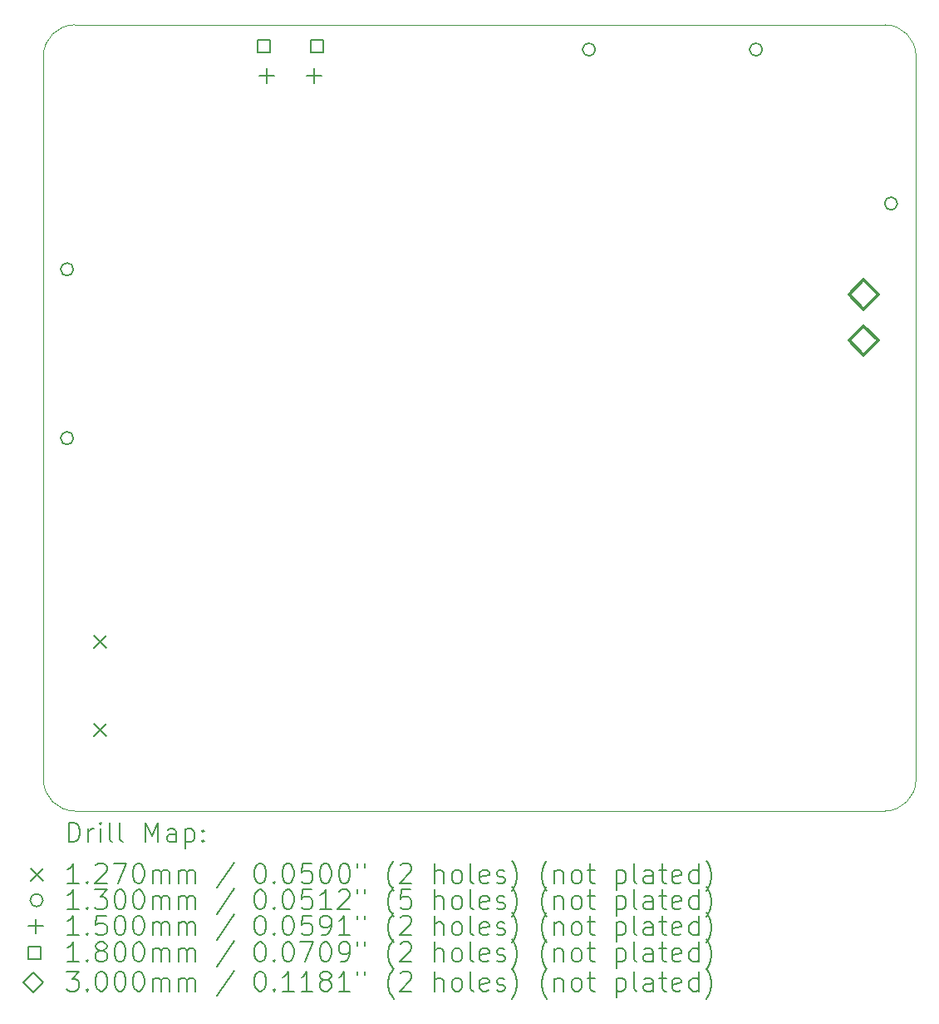
<source format=gbr>
%TF.GenerationSoftware,KiCad,Pcbnew,7.0.10*%
%TF.CreationDate,2024-03-29T16:51:20-04:00*%
%TF.ProjectId,WaveWise_PMIC,57617665-5769-4736-955f-504d49432e6b,rev?*%
%TF.SameCoordinates,Original*%
%TF.FileFunction,Drillmap*%
%TF.FilePolarity,Positive*%
%FSLAX45Y45*%
G04 Gerber Fmt 4.5, Leading zero omitted, Abs format (unit mm)*
G04 Created by KiCad (PCBNEW 7.0.10) date 2024-03-29 16:51:20*
%MOMM*%
%LPD*%
G01*
G04 APERTURE LIST*
%ADD10C,0.100000*%
%ADD11C,0.200000*%
%ADD12C,0.127000*%
%ADD13C,0.130000*%
%ADD14C,0.150000*%
%ADD15C,0.180000*%
%ADD16C,0.300000*%
G04 APERTURE END LIST*
D10*
X13652500Y-13081000D02*
G75*
G03*
X13970000Y-12763500I0J317500D01*
G01*
X13970000Y-5397500D02*
G75*
G03*
X13652500Y-5080000I-317500J0D01*
G01*
X5397500Y-5080000D02*
G75*
G03*
X5080000Y-5397500I0J-317500D01*
G01*
X5080000Y-12763500D02*
G75*
G03*
X5397500Y-13081000I317500J0D01*
G01*
X5080000Y-12763500D02*
X5080000Y-5397500D01*
X13652500Y-13081000D02*
X5397500Y-13081000D01*
X13970000Y-5397500D02*
X13970000Y-12763500D01*
X5397500Y-5080000D02*
X13652500Y-5080000D01*
D11*
D12*
X5593500Y-11295100D02*
X5720500Y-11422100D01*
X5720500Y-11295100D02*
X5593500Y-11422100D01*
X5593500Y-12195100D02*
X5720500Y-12322100D01*
X5720500Y-12195100D02*
X5593500Y-12322100D01*
D13*
X5384975Y-7568750D02*
G75*
G03*
X5254975Y-7568750I-65000J0D01*
G01*
X5254975Y-7568750D02*
G75*
G03*
X5384975Y-7568750I65000J0D01*
G01*
X5384975Y-9287000D02*
G75*
G03*
X5254975Y-9287000I-65000J0D01*
G01*
X5254975Y-9287000D02*
G75*
G03*
X5384975Y-9287000I65000J0D01*
G01*
X10702800Y-5331400D02*
G75*
G03*
X10572800Y-5331400I-65000J0D01*
G01*
X10572800Y-5331400D02*
G75*
G03*
X10702800Y-5331400I65000J0D01*
G01*
X12404600Y-5331400D02*
G75*
G03*
X12274600Y-5331400I-65000J0D01*
G01*
X12274600Y-5331400D02*
G75*
G03*
X12404600Y-5331400I65000J0D01*
G01*
X13780500Y-6899200D02*
G75*
G03*
X13650500Y-6899200I-65000J0D01*
G01*
X13650500Y-6899200D02*
G75*
G03*
X13780500Y-6899200I65000J0D01*
G01*
D14*
X7352100Y-5524200D02*
X7352100Y-5674200D01*
X7277100Y-5599200D02*
X7427100Y-5599200D01*
X7837100Y-5524200D02*
X7837100Y-5674200D01*
X7762100Y-5599200D02*
X7912100Y-5599200D01*
D15*
X7385740Y-5359840D02*
X7385740Y-5232560D01*
X7258460Y-5232560D01*
X7258460Y-5359840D01*
X7385740Y-5359840D01*
X7930740Y-5359840D02*
X7930740Y-5232560D01*
X7803460Y-5232560D01*
X7803460Y-5359840D01*
X7930740Y-5359840D01*
D16*
X13436800Y-7974000D02*
X13586800Y-7824000D01*
X13436800Y-7674000D01*
X13286800Y-7824000D01*
X13436800Y-7974000D01*
X13436800Y-8444000D02*
X13586800Y-8294000D01*
X13436800Y-8144000D01*
X13286800Y-8294000D01*
X13436800Y-8444000D01*
D11*
X5335777Y-13397484D02*
X5335777Y-13197484D01*
X5335777Y-13197484D02*
X5383396Y-13197484D01*
X5383396Y-13197484D02*
X5411967Y-13207007D01*
X5411967Y-13207007D02*
X5431015Y-13226055D01*
X5431015Y-13226055D02*
X5440539Y-13245103D01*
X5440539Y-13245103D02*
X5450063Y-13283198D01*
X5450063Y-13283198D02*
X5450063Y-13311769D01*
X5450063Y-13311769D02*
X5440539Y-13349865D01*
X5440539Y-13349865D02*
X5431015Y-13368912D01*
X5431015Y-13368912D02*
X5411967Y-13387960D01*
X5411967Y-13387960D02*
X5383396Y-13397484D01*
X5383396Y-13397484D02*
X5335777Y-13397484D01*
X5535777Y-13397484D02*
X5535777Y-13264150D01*
X5535777Y-13302246D02*
X5545301Y-13283198D01*
X5545301Y-13283198D02*
X5554825Y-13273674D01*
X5554825Y-13273674D02*
X5573872Y-13264150D01*
X5573872Y-13264150D02*
X5592920Y-13264150D01*
X5659586Y-13397484D02*
X5659586Y-13264150D01*
X5659586Y-13197484D02*
X5650063Y-13207007D01*
X5650063Y-13207007D02*
X5659586Y-13216531D01*
X5659586Y-13216531D02*
X5669110Y-13207007D01*
X5669110Y-13207007D02*
X5659586Y-13197484D01*
X5659586Y-13197484D02*
X5659586Y-13216531D01*
X5783396Y-13397484D02*
X5764348Y-13387960D01*
X5764348Y-13387960D02*
X5754824Y-13368912D01*
X5754824Y-13368912D02*
X5754824Y-13197484D01*
X5888158Y-13397484D02*
X5869110Y-13387960D01*
X5869110Y-13387960D02*
X5859586Y-13368912D01*
X5859586Y-13368912D02*
X5859586Y-13197484D01*
X6116729Y-13397484D02*
X6116729Y-13197484D01*
X6116729Y-13197484D02*
X6183396Y-13340341D01*
X6183396Y-13340341D02*
X6250063Y-13197484D01*
X6250063Y-13197484D02*
X6250063Y-13397484D01*
X6431015Y-13397484D02*
X6431015Y-13292722D01*
X6431015Y-13292722D02*
X6421491Y-13273674D01*
X6421491Y-13273674D02*
X6402444Y-13264150D01*
X6402444Y-13264150D02*
X6364348Y-13264150D01*
X6364348Y-13264150D02*
X6345301Y-13273674D01*
X6431015Y-13387960D02*
X6411967Y-13397484D01*
X6411967Y-13397484D02*
X6364348Y-13397484D01*
X6364348Y-13397484D02*
X6345301Y-13387960D01*
X6345301Y-13387960D02*
X6335777Y-13368912D01*
X6335777Y-13368912D02*
X6335777Y-13349865D01*
X6335777Y-13349865D02*
X6345301Y-13330817D01*
X6345301Y-13330817D02*
X6364348Y-13321293D01*
X6364348Y-13321293D02*
X6411967Y-13321293D01*
X6411967Y-13321293D02*
X6431015Y-13311769D01*
X6526253Y-13264150D02*
X6526253Y-13464150D01*
X6526253Y-13273674D02*
X6545301Y-13264150D01*
X6545301Y-13264150D02*
X6583396Y-13264150D01*
X6583396Y-13264150D02*
X6602444Y-13273674D01*
X6602444Y-13273674D02*
X6611967Y-13283198D01*
X6611967Y-13283198D02*
X6621491Y-13302246D01*
X6621491Y-13302246D02*
X6621491Y-13359388D01*
X6621491Y-13359388D02*
X6611967Y-13378436D01*
X6611967Y-13378436D02*
X6602444Y-13387960D01*
X6602444Y-13387960D02*
X6583396Y-13397484D01*
X6583396Y-13397484D02*
X6545301Y-13397484D01*
X6545301Y-13397484D02*
X6526253Y-13387960D01*
X6707205Y-13378436D02*
X6716729Y-13387960D01*
X6716729Y-13387960D02*
X6707205Y-13397484D01*
X6707205Y-13397484D02*
X6697682Y-13387960D01*
X6697682Y-13387960D02*
X6707205Y-13378436D01*
X6707205Y-13378436D02*
X6707205Y-13397484D01*
X6707205Y-13273674D02*
X6716729Y-13283198D01*
X6716729Y-13283198D02*
X6707205Y-13292722D01*
X6707205Y-13292722D02*
X6697682Y-13283198D01*
X6697682Y-13283198D02*
X6707205Y-13273674D01*
X6707205Y-13273674D02*
X6707205Y-13292722D01*
D12*
X4948000Y-13662500D02*
X5075000Y-13789500D01*
X5075000Y-13662500D02*
X4948000Y-13789500D01*
D11*
X5440539Y-13817484D02*
X5326253Y-13817484D01*
X5383396Y-13817484D02*
X5383396Y-13617484D01*
X5383396Y-13617484D02*
X5364348Y-13646055D01*
X5364348Y-13646055D02*
X5345301Y-13665103D01*
X5345301Y-13665103D02*
X5326253Y-13674626D01*
X5526253Y-13798436D02*
X5535777Y-13807960D01*
X5535777Y-13807960D02*
X5526253Y-13817484D01*
X5526253Y-13817484D02*
X5516729Y-13807960D01*
X5516729Y-13807960D02*
X5526253Y-13798436D01*
X5526253Y-13798436D02*
X5526253Y-13817484D01*
X5611967Y-13636531D02*
X5621491Y-13627007D01*
X5621491Y-13627007D02*
X5640539Y-13617484D01*
X5640539Y-13617484D02*
X5688158Y-13617484D01*
X5688158Y-13617484D02*
X5707205Y-13627007D01*
X5707205Y-13627007D02*
X5716729Y-13636531D01*
X5716729Y-13636531D02*
X5726253Y-13655579D01*
X5726253Y-13655579D02*
X5726253Y-13674626D01*
X5726253Y-13674626D02*
X5716729Y-13703198D01*
X5716729Y-13703198D02*
X5602444Y-13817484D01*
X5602444Y-13817484D02*
X5726253Y-13817484D01*
X5792920Y-13617484D02*
X5926253Y-13617484D01*
X5926253Y-13617484D02*
X5840539Y-13817484D01*
X6040539Y-13617484D02*
X6059586Y-13617484D01*
X6059586Y-13617484D02*
X6078634Y-13627007D01*
X6078634Y-13627007D02*
X6088158Y-13636531D01*
X6088158Y-13636531D02*
X6097682Y-13655579D01*
X6097682Y-13655579D02*
X6107205Y-13693674D01*
X6107205Y-13693674D02*
X6107205Y-13741293D01*
X6107205Y-13741293D02*
X6097682Y-13779388D01*
X6097682Y-13779388D02*
X6088158Y-13798436D01*
X6088158Y-13798436D02*
X6078634Y-13807960D01*
X6078634Y-13807960D02*
X6059586Y-13817484D01*
X6059586Y-13817484D02*
X6040539Y-13817484D01*
X6040539Y-13817484D02*
X6021491Y-13807960D01*
X6021491Y-13807960D02*
X6011967Y-13798436D01*
X6011967Y-13798436D02*
X6002444Y-13779388D01*
X6002444Y-13779388D02*
X5992920Y-13741293D01*
X5992920Y-13741293D02*
X5992920Y-13693674D01*
X5992920Y-13693674D02*
X6002444Y-13655579D01*
X6002444Y-13655579D02*
X6011967Y-13636531D01*
X6011967Y-13636531D02*
X6021491Y-13627007D01*
X6021491Y-13627007D02*
X6040539Y-13617484D01*
X6192920Y-13817484D02*
X6192920Y-13684150D01*
X6192920Y-13703198D02*
X6202444Y-13693674D01*
X6202444Y-13693674D02*
X6221491Y-13684150D01*
X6221491Y-13684150D02*
X6250063Y-13684150D01*
X6250063Y-13684150D02*
X6269110Y-13693674D01*
X6269110Y-13693674D02*
X6278634Y-13712722D01*
X6278634Y-13712722D02*
X6278634Y-13817484D01*
X6278634Y-13712722D02*
X6288158Y-13693674D01*
X6288158Y-13693674D02*
X6307205Y-13684150D01*
X6307205Y-13684150D02*
X6335777Y-13684150D01*
X6335777Y-13684150D02*
X6354825Y-13693674D01*
X6354825Y-13693674D02*
X6364348Y-13712722D01*
X6364348Y-13712722D02*
X6364348Y-13817484D01*
X6459586Y-13817484D02*
X6459586Y-13684150D01*
X6459586Y-13703198D02*
X6469110Y-13693674D01*
X6469110Y-13693674D02*
X6488158Y-13684150D01*
X6488158Y-13684150D02*
X6516729Y-13684150D01*
X6516729Y-13684150D02*
X6535777Y-13693674D01*
X6535777Y-13693674D02*
X6545301Y-13712722D01*
X6545301Y-13712722D02*
X6545301Y-13817484D01*
X6545301Y-13712722D02*
X6554825Y-13693674D01*
X6554825Y-13693674D02*
X6573872Y-13684150D01*
X6573872Y-13684150D02*
X6602444Y-13684150D01*
X6602444Y-13684150D02*
X6621491Y-13693674D01*
X6621491Y-13693674D02*
X6631015Y-13712722D01*
X6631015Y-13712722D02*
X6631015Y-13817484D01*
X7021491Y-13607960D02*
X6850063Y-13865103D01*
X7278634Y-13617484D02*
X7297682Y-13617484D01*
X7297682Y-13617484D02*
X7316729Y-13627007D01*
X7316729Y-13627007D02*
X7326253Y-13636531D01*
X7326253Y-13636531D02*
X7335777Y-13655579D01*
X7335777Y-13655579D02*
X7345301Y-13693674D01*
X7345301Y-13693674D02*
X7345301Y-13741293D01*
X7345301Y-13741293D02*
X7335777Y-13779388D01*
X7335777Y-13779388D02*
X7326253Y-13798436D01*
X7326253Y-13798436D02*
X7316729Y-13807960D01*
X7316729Y-13807960D02*
X7297682Y-13817484D01*
X7297682Y-13817484D02*
X7278634Y-13817484D01*
X7278634Y-13817484D02*
X7259587Y-13807960D01*
X7259587Y-13807960D02*
X7250063Y-13798436D01*
X7250063Y-13798436D02*
X7240539Y-13779388D01*
X7240539Y-13779388D02*
X7231015Y-13741293D01*
X7231015Y-13741293D02*
X7231015Y-13693674D01*
X7231015Y-13693674D02*
X7240539Y-13655579D01*
X7240539Y-13655579D02*
X7250063Y-13636531D01*
X7250063Y-13636531D02*
X7259587Y-13627007D01*
X7259587Y-13627007D02*
X7278634Y-13617484D01*
X7431015Y-13798436D02*
X7440539Y-13807960D01*
X7440539Y-13807960D02*
X7431015Y-13817484D01*
X7431015Y-13817484D02*
X7421491Y-13807960D01*
X7421491Y-13807960D02*
X7431015Y-13798436D01*
X7431015Y-13798436D02*
X7431015Y-13817484D01*
X7564348Y-13617484D02*
X7583396Y-13617484D01*
X7583396Y-13617484D02*
X7602444Y-13627007D01*
X7602444Y-13627007D02*
X7611968Y-13636531D01*
X7611968Y-13636531D02*
X7621491Y-13655579D01*
X7621491Y-13655579D02*
X7631015Y-13693674D01*
X7631015Y-13693674D02*
X7631015Y-13741293D01*
X7631015Y-13741293D02*
X7621491Y-13779388D01*
X7621491Y-13779388D02*
X7611968Y-13798436D01*
X7611968Y-13798436D02*
X7602444Y-13807960D01*
X7602444Y-13807960D02*
X7583396Y-13817484D01*
X7583396Y-13817484D02*
X7564348Y-13817484D01*
X7564348Y-13817484D02*
X7545301Y-13807960D01*
X7545301Y-13807960D02*
X7535777Y-13798436D01*
X7535777Y-13798436D02*
X7526253Y-13779388D01*
X7526253Y-13779388D02*
X7516729Y-13741293D01*
X7516729Y-13741293D02*
X7516729Y-13693674D01*
X7516729Y-13693674D02*
X7526253Y-13655579D01*
X7526253Y-13655579D02*
X7535777Y-13636531D01*
X7535777Y-13636531D02*
X7545301Y-13627007D01*
X7545301Y-13627007D02*
X7564348Y-13617484D01*
X7811968Y-13617484D02*
X7716729Y-13617484D01*
X7716729Y-13617484D02*
X7707206Y-13712722D01*
X7707206Y-13712722D02*
X7716729Y-13703198D01*
X7716729Y-13703198D02*
X7735777Y-13693674D01*
X7735777Y-13693674D02*
X7783396Y-13693674D01*
X7783396Y-13693674D02*
X7802444Y-13703198D01*
X7802444Y-13703198D02*
X7811968Y-13712722D01*
X7811968Y-13712722D02*
X7821491Y-13731769D01*
X7821491Y-13731769D02*
X7821491Y-13779388D01*
X7821491Y-13779388D02*
X7811968Y-13798436D01*
X7811968Y-13798436D02*
X7802444Y-13807960D01*
X7802444Y-13807960D02*
X7783396Y-13817484D01*
X7783396Y-13817484D02*
X7735777Y-13817484D01*
X7735777Y-13817484D02*
X7716729Y-13807960D01*
X7716729Y-13807960D02*
X7707206Y-13798436D01*
X7945301Y-13617484D02*
X7964349Y-13617484D01*
X7964349Y-13617484D02*
X7983396Y-13627007D01*
X7983396Y-13627007D02*
X7992920Y-13636531D01*
X7992920Y-13636531D02*
X8002444Y-13655579D01*
X8002444Y-13655579D02*
X8011968Y-13693674D01*
X8011968Y-13693674D02*
X8011968Y-13741293D01*
X8011968Y-13741293D02*
X8002444Y-13779388D01*
X8002444Y-13779388D02*
X7992920Y-13798436D01*
X7992920Y-13798436D02*
X7983396Y-13807960D01*
X7983396Y-13807960D02*
X7964349Y-13817484D01*
X7964349Y-13817484D02*
X7945301Y-13817484D01*
X7945301Y-13817484D02*
X7926253Y-13807960D01*
X7926253Y-13807960D02*
X7916729Y-13798436D01*
X7916729Y-13798436D02*
X7907206Y-13779388D01*
X7907206Y-13779388D02*
X7897682Y-13741293D01*
X7897682Y-13741293D02*
X7897682Y-13693674D01*
X7897682Y-13693674D02*
X7907206Y-13655579D01*
X7907206Y-13655579D02*
X7916729Y-13636531D01*
X7916729Y-13636531D02*
X7926253Y-13627007D01*
X7926253Y-13627007D02*
X7945301Y-13617484D01*
X8135777Y-13617484D02*
X8154825Y-13617484D01*
X8154825Y-13617484D02*
X8173872Y-13627007D01*
X8173872Y-13627007D02*
X8183396Y-13636531D01*
X8183396Y-13636531D02*
X8192920Y-13655579D01*
X8192920Y-13655579D02*
X8202444Y-13693674D01*
X8202444Y-13693674D02*
X8202444Y-13741293D01*
X8202444Y-13741293D02*
X8192920Y-13779388D01*
X8192920Y-13779388D02*
X8183396Y-13798436D01*
X8183396Y-13798436D02*
X8173872Y-13807960D01*
X8173872Y-13807960D02*
X8154825Y-13817484D01*
X8154825Y-13817484D02*
X8135777Y-13817484D01*
X8135777Y-13817484D02*
X8116729Y-13807960D01*
X8116729Y-13807960D02*
X8107206Y-13798436D01*
X8107206Y-13798436D02*
X8097682Y-13779388D01*
X8097682Y-13779388D02*
X8088158Y-13741293D01*
X8088158Y-13741293D02*
X8088158Y-13693674D01*
X8088158Y-13693674D02*
X8097682Y-13655579D01*
X8097682Y-13655579D02*
X8107206Y-13636531D01*
X8107206Y-13636531D02*
X8116729Y-13627007D01*
X8116729Y-13627007D02*
X8135777Y-13617484D01*
X8278634Y-13617484D02*
X8278634Y-13655579D01*
X8354825Y-13617484D02*
X8354825Y-13655579D01*
X8650063Y-13893674D02*
X8640539Y-13884150D01*
X8640539Y-13884150D02*
X8621492Y-13855579D01*
X8621492Y-13855579D02*
X8611968Y-13836531D01*
X8611968Y-13836531D02*
X8602444Y-13807960D01*
X8602444Y-13807960D02*
X8592920Y-13760341D01*
X8592920Y-13760341D02*
X8592920Y-13722246D01*
X8592920Y-13722246D02*
X8602444Y-13674626D01*
X8602444Y-13674626D02*
X8611968Y-13646055D01*
X8611968Y-13646055D02*
X8621492Y-13627007D01*
X8621492Y-13627007D02*
X8640539Y-13598436D01*
X8640539Y-13598436D02*
X8650063Y-13588912D01*
X8716730Y-13636531D02*
X8726253Y-13627007D01*
X8726253Y-13627007D02*
X8745301Y-13617484D01*
X8745301Y-13617484D02*
X8792920Y-13617484D01*
X8792920Y-13617484D02*
X8811968Y-13627007D01*
X8811968Y-13627007D02*
X8821492Y-13636531D01*
X8821492Y-13636531D02*
X8831015Y-13655579D01*
X8831015Y-13655579D02*
X8831015Y-13674626D01*
X8831015Y-13674626D02*
X8821492Y-13703198D01*
X8821492Y-13703198D02*
X8707206Y-13817484D01*
X8707206Y-13817484D02*
X8831015Y-13817484D01*
X9069111Y-13817484D02*
X9069111Y-13617484D01*
X9154825Y-13817484D02*
X9154825Y-13712722D01*
X9154825Y-13712722D02*
X9145301Y-13693674D01*
X9145301Y-13693674D02*
X9126254Y-13684150D01*
X9126254Y-13684150D02*
X9097682Y-13684150D01*
X9097682Y-13684150D02*
X9078634Y-13693674D01*
X9078634Y-13693674D02*
X9069111Y-13703198D01*
X9278634Y-13817484D02*
X9259587Y-13807960D01*
X9259587Y-13807960D02*
X9250063Y-13798436D01*
X9250063Y-13798436D02*
X9240539Y-13779388D01*
X9240539Y-13779388D02*
X9240539Y-13722246D01*
X9240539Y-13722246D02*
X9250063Y-13703198D01*
X9250063Y-13703198D02*
X9259587Y-13693674D01*
X9259587Y-13693674D02*
X9278634Y-13684150D01*
X9278634Y-13684150D02*
X9307206Y-13684150D01*
X9307206Y-13684150D02*
X9326254Y-13693674D01*
X9326254Y-13693674D02*
X9335777Y-13703198D01*
X9335777Y-13703198D02*
X9345301Y-13722246D01*
X9345301Y-13722246D02*
X9345301Y-13779388D01*
X9345301Y-13779388D02*
X9335777Y-13798436D01*
X9335777Y-13798436D02*
X9326254Y-13807960D01*
X9326254Y-13807960D02*
X9307206Y-13817484D01*
X9307206Y-13817484D02*
X9278634Y-13817484D01*
X9459587Y-13817484D02*
X9440539Y-13807960D01*
X9440539Y-13807960D02*
X9431015Y-13788912D01*
X9431015Y-13788912D02*
X9431015Y-13617484D01*
X9611968Y-13807960D02*
X9592920Y-13817484D01*
X9592920Y-13817484D02*
X9554825Y-13817484D01*
X9554825Y-13817484D02*
X9535777Y-13807960D01*
X9535777Y-13807960D02*
X9526254Y-13788912D01*
X9526254Y-13788912D02*
X9526254Y-13712722D01*
X9526254Y-13712722D02*
X9535777Y-13693674D01*
X9535777Y-13693674D02*
X9554825Y-13684150D01*
X9554825Y-13684150D02*
X9592920Y-13684150D01*
X9592920Y-13684150D02*
X9611968Y-13693674D01*
X9611968Y-13693674D02*
X9621492Y-13712722D01*
X9621492Y-13712722D02*
X9621492Y-13731769D01*
X9621492Y-13731769D02*
X9526254Y-13750817D01*
X9697682Y-13807960D02*
X9716730Y-13817484D01*
X9716730Y-13817484D02*
X9754825Y-13817484D01*
X9754825Y-13817484D02*
X9773873Y-13807960D01*
X9773873Y-13807960D02*
X9783396Y-13788912D01*
X9783396Y-13788912D02*
X9783396Y-13779388D01*
X9783396Y-13779388D02*
X9773873Y-13760341D01*
X9773873Y-13760341D02*
X9754825Y-13750817D01*
X9754825Y-13750817D02*
X9726254Y-13750817D01*
X9726254Y-13750817D02*
X9707206Y-13741293D01*
X9707206Y-13741293D02*
X9697682Y-13722246D01*
X9697682Y-13722246D02*
X9697682Y-13712722D01*
X9697682Y-13712722D02*
X9707206Y-13693674D01*
X9707206Y-13693674D02*
X9726254Y-13684150D01*
X9726254Y-13684150D02*
X9754825Y-13684150D01*
X9754825Y-13684150D02*
X9773873Y-13693674D01*
X9850063Y-13893674D02*
X9859587Y-13884150D01*
X9859587Y-13884150D02*
X9878635Y-13855579D01*
X9878635Y-13855579D02*
X9888158Y-13836531D01*
X9888158Y-13836531D02*
X9897682Y-13807960D01*
X9897682Y-13807960D02*
X9907206Y-13760341D01*
X9907206Y-13760341D02*
X9907206Y-13722246D01*
X9907206Y-13722246D02*
X9897682Y-13674626D01*
X9897682Y-13674626D02*
X9888158Y-13646055D01*
X9888158Y-13646055D02*
X9878635Y-13627007D01*
X9878635Y-13627007D02*
X9859587Y-13598436D01*
X9859587Y-13598436D02*
X9850063Y-13588912D01*
X10211968Y-13893674D02*
X10202444Y-13884150D01*
X10202444Y-13884150D02*
X10183396Y-13855579D01*
X10183396Y-13855579D02*
X10173873Y-13836531D01*
X10173873Y-13836531D02*
X10164349Y-13807960D01*
X10164349Y-13807960D02*
X10154825Y-13760341D01*
X10154825Y-13760341D02*
X10154825Y-13722246D01*
X10154825Y-13722246D02*
X10164349Y-13674626D01*
X10164349Y-13674626D02*
X10173873Y-13646055D01*
X10173873Y-13646055D02*
X10183396Y-13627007D01*
X10183396Y-13627007D02*
X10202444Y-13598436D01*
X10202444Y-13598436D02*
X10211968Y-13588912D01*
X10288158Y-13684150D02*
X10288158Y-13817484D01*
X10288158Y-13703198D02*
X10297682Y-13693674D01*
X10297682Y-13693674D02*
X10316730Y-13684150D01*
X10316730Y-13684150D02*
X10345301Y-13684150D01*
X10345301Y-13684150D02*
X10364349Y-13693674D01*
X10364349Y-13693674D02*
X10373873Y-13712722D01*
X10373873Y-13712722D02*
X10373873Y-13817484D01*
X10497682Y-13817484D02*
X10478635Y-13807960D01*
X10478635Y-13807960D02*
X10469111Y-13798436D01*
X10469111Y-13798436D02*
X10459587Y-13779388D01*
X10459587Y-13779388D02*
X10459587Y-13722246D01*
X10459587Y-13722246D02*
X10469111Y-13703198D01*
X10469111Y-13703198D02*
X10478635Y-13693674D01*
X10478635Y-13693674D02*
X10497682Y-13684150D01*
X10497682Y-13684150D02*
X10526254Y-13684150D01*
X10526254Y-13684150D02*
X10545301Y-13693674D01*
X10545301Y-13693674D02*
X10554825Y-13703198D01*
X10554825Y-13703198D02*
X10564349Y-13722246D01*
X10564349Y-13722246D02*
X10564349Y-13779388D01*
X10564349Y-13779388D02*
X10554825Y-13798436D01*
X10554825Y-13798436D02*
X10545301Y-13807960D01*
X10545301Y-13807960D02*
X10526254Y-13817484D01*
X10526254Y-13817484D02*
X10497682Y-13817484D01*
X10621492Y-13684150D02*
X10697682Y-13684150D01*
X10650063Y-13617484D02*
X10650063Y-13788912D01*
X10650063Y-13788912D02*
X10659587Y-13807960D01*
X10659587Y-13807960D02*
X10678635Y-13817484D01*
X10678635Y-13817484D02*
X10697682Y-13817484D01*
X10916730Y-13684150D02*
X10916730Y-13884150D01*
X10916730Y-13693674D02*
X10935777Y-13684150D01*
X10935777Y-13684150D02*
X10973873Y-13684150D01*
X10973873Y-13684150D02*
X10992920Y-13693674D01*
X10992920Y-13693674D02*
X11002444Y-13703198D01*
X11002444Y-13703198D02*
X11011968Y-13722246D01*
X11011968Y-13722246D02*
X11011968Y-13779388D01*
X11011968Y-13779388D02*
X11002444Y-13798436D01*
X11002444Y-13798436D02*
X10992920Y-13807960D01*
X10992920Y-13807960D02*
X10973873Y-13817484D01*
X10973873Y-13817484D02*
X10935777Y-13817484D01*
X10935777Y-13817484D02*
X10916730Y-13807960D01*
X11126254Y-13817484D02*
X11107206Y-13807960D01*
X11107206Y-13807960D02*
X11097682Y-13788912D01*
X11097682Y-13788912D02*
X11097682Y-13617484D01*
X11288158Y-13817484D02*
X11288158Y-13712722D01*
X11288158Y-13712722D02*
X11278635Y-13693674D01*
X11278635Y-13693674D02*
X11259587Y-13684150D01*
X11259587Y-13684150D02*
X11221492Y-13684150D01*
X11221492Y-13684150D02*
X11202444Y-13693674D01*
X11288158Y-13807960D02*
X11269111Y-13817484D01*
X11269111Y-13817484D02*
X11221492Y-13817484D01*
X11221492Y-13817484D02*
X11202444Y-13807960D01*
X11202444Y-13807960D02*
X11192920Y-13788912D01*
X11192920Y-13788912D02*
X11192920Y-13769865D01*
X11192920Y-13769865D02*
X11202444Y-13750817D01*
X11202444Y-13750817D02*
X11221492Y-13741293D01*
X11221492Y-13741293D02*
X11269111Y-13741293D01*
X11269111Y-13741293D02*
X11288158Y-13731769D01*
X11354825Y-13684150D02*
X11431015Y-13684150D01*
X11383396Y-13617484D02*
X11383396Y-13788912D01*
X11383396Y-13788912D02*
X11392920Y-13807960D01*
X11392920Y-13807960D02*
X11411968Y-13817484D01*
X11411968Y-13817484D02*
X11431015Y-13817484D01*
X11573873Y-13807960D02*
X11554825Y-13817484D01*
X11554825Y-13817484D02*
X11516730Y-13817484D01*
X11516730Y-13817484D02*
X11497682Y-13807960D01*
X11497682Y-13807960D02*
X11488158Y-13788912D01*
X11488158Y-13788912D02*
X11488158Y-13712722D01*
X11488158Y-13712722D02*
X11497682Y-13693674D01*
X11497682Y-13693674D02*
X11516730Y-13684150D01*
X11516730Y-13684150D02*
X11554825Y-13684150D01*
X11554825Y-13684150D02*
X11573873Y-13693674D01*
X11573873Y-13693674D02*
X11583396Y-13712722D01*
X11583396Y-13712722D02*
X11583396Y-13731769D01*
X11583396Y-13731769D02*
X11488158Y-13750817D01*
X11754825Y-13817484D02*
X11754825Y-13617484D01*
X11754825Y-13807960D02*
X11735777Y-13817484D01*
X11735777Y-13817484D02*
X11697682Y-13817484D01*
X11697682Y-13817484D02*
X11678635Y-13807960D01*
X11678635Y-13807960D02*
X11669111Y-13798436D01*
X11669111Y-13798436D02*
X11659587Y-13779388D01*
X11659587Y-13779388D02*
X11659587Y-13722246D01*
X11659587Y-13722246D02*
X11669111Y-13703198D01*
X11669111Y-13703198D02*
X11678635Y-13693674D01*
X11678635Y-13693674D02*
X11697682Y-13684150D01*
X11697682Y-13684150D02*
X11735777Y-13684150D01*
X11735777Y-13684150D02*
X11754825Y-13693674D01*
X11831016Y-13893674D02*
X11840539Y-13884150D01*
X11840539Y-13884150D02*
X11859587Y-13855579D01*
X11859587Y-13855579D02*
X11869111Y-13836531D01*
X11869111Y-13836531D02*
X11878635Y-13807960D01*
X11878635Y-13807960D02*
X11888158Y-13760341D01*
X11888158Y-13760341D02*
X11888158Y-13722246D01*
X11888158Y-13722246D02*
X11878635Y-13674626D01*
X11878635Y-13674626D02*
X11869111Y-13646055D01*
X11869111Y-13646055D02*
X11859587Y-13627007D01*
X11859587Y-13627007D02*
X11840539Y-13598436D01*
X11840539Y-13598436D02*
X11831016Y-13588912D01*
D13*
X5075000Y-13990000D02*
G75*
G03*
X4945000Y-13990000I-65000J0D01*
G01*
X4945000Y-13990000D02*
G75*
G03*
X5075000Y-13990000I65000J0D01*
G01*
D11*
X5440539Y-14081484D02*
X5326253Y-14081484D01*
X5383396Y-14081484D02*
X5383396Y-13881484D01*
X5383396Y-13881484D02*
X5364348Y-13910055D01*
X5364348Y-13910055D02*
X5345301Y-13929103D01*
X5345301Y-13929103D02*
X5326253Y-13938626D01*
X5526253Y-14062436D02*
X5535777Y-14071960D01*
X5535777Y-14071960D02*
X5526253Y-14081484D01*
X5526253Y-14081484D02*
X5516729Y-14071960D01*
X5516729Y-14071960D02*
X5526253Y-14062436D01*
X5526253Y-14062436D02*
X5526253Y-14081484D01*
X5602444Y-13881484D02*
X5726253Y-13881484D01*
X5726253Y-13881484D02*
X5659586Y-13957674D01*
X5659586Y-13957674D02*
X5688158Y-13957674D01*
X5688158Y-13957674D02*
X5707205Y-13967198D01*
X5707205Y-13967198D02*
X5716729Y-13976722D01*
X5716729Y-13976722D02*
X5726253Y-13995769D01*
X5726253Y-13995769D02*
X5726253Y-14043388D01*
X5726253Y-14043388D02*
X5716729Y-14062436D01*
X5716729Y-14062436D02*
X5707205Y-14071960D01*
X5707205Y-14071960D02*
X5688158Y-14081484D01*
X5688158Y-14081484D02*
X5631015Y-14081484D01*
X5631015Y-14081484D02*
X5611967Y-14071960D01*
X5611967Y-14071960D02*
X5602444Y-14062436D01*
X5850063Y-13881484D02*
X5869110Y-13881484D01*
X5869110Y-13881484D02*
X5888158Y-13891007D01*
X5888158Y-13891007D02*
X5897682Y-13900531D01*
X5897682Y-13900531D02*
X5907205Y-13919579D01*
X5907205Y-13919579D02*
X5916729Y-13957674D01*
X5916729Y-13957674D02*
X5916729Y-14005293D01*
X5916729Y-14005293D02*
X5907205Y-14043388D01*
X5907205Y-14043388D02*
X5897682Y-14062436D01*
X5897682Y-14062436D02*
X5888158Y-14071960D01*
X5888158Y-14071960D02*
X5869110Y-14081484D01*
X5869110Y-14081484D02*
X5850063Y-14081484D01*
X5850063Y-14081484D02*
X5831015Y-14071960D01*
X5831015Y-14071960D02*
X5821491Y-14062436D01*
X5821491Y-14062436D02*
X5811967Y-14043388D01*
X5811967Y-14043388D02*
X5802444Y-14005293D01*
X5802444Y-14005293D02*
X5802444Y-13957674D01*
X5802444Y-13957674D02*
X5811967Y-13919579D01*
X5811967Y-13919579D02*
X5821491Y-13900531D01*
X5821491Y-13900531D02*
X5831015Y-13891007D01*
X5831015Y-13891007D02*
X5850063Y-13881484D01*
X6040539Y-13881484D02*
X6059586Y-13881484D01*
X6059586Y-13881484D02*
X6078634Y-13891007D01*
X6078634Y-13891007D02*
X6088158Y-13900531D01*
X6088158Y-13900531D02*
X6097682Y-13919579D01*
X6097682Y-13919579D02*
X6107205Y-13957674D01*
X6107205Y-13957674D02*
X6107205Y-14005293D01*
X6107205Y-14005293D02*
X6097682Y-14043388D01*
X6097682Y-14043388D02*
X6088158Y-14062436D01*
X6088158Y-14062436D02*
X6078634Y-14071960D01*
X6078634Y-14071960D02*
X6059586Y-14081484D01*
X6059586Y-14081484D02*
X6040539Y-14081484D01*
X6040539Y-14081484D02*
X6021491Y-14071960D01*
X6021491Y-14071960D02*
X6011967Y-14062436D01*
X6011967Y-14062436D02*
X6002444Y-14043388D01*
X6002444Y-14043388D02*
X5992920Y-14005293D01*
X5992920Y-14005293D02*
X5992920Y-13957674D01*
X5992920Y-13957674D02*
X6002444Y-13919579D01*
X6002444Y-13919579D02*
X6011967Y-13900531D01*
X6011967Y-13900531D02*
X6021491Y-13891007D01*
X6021491Y-13891007D02*
X6040539Y-13881484D01*
X6192920Y-14081484D02*
X6192920Y-13948150D01*
X6192920Y-13967198D02*
X6202444Y-13957674D01*
X6202444Y-13957674D02*
X6221491Y-13948150D01*
X6221491Y-13948150D02*
X6250063Y-13948150D01*
X6250063Y-13948150D02*
X6269110Y-13957674D01*
X6269110Y-13957674D02*
X6278634Y-13976722D01*
X6278634Y-13976722D02*
X6278634Y-14081484D01*
X6278634Y-13976722D02*
X6288158Y-13957674D01*
X6288158Y-13957674D02*
X6307205Y-13948150D01*
X6307205Y-13948150D02*
X6335777Y-13948150D01*
X6335777Y-13948150D02*
X6354825Y-13957674D01*
X6354825Y-13957674D02*
X6364348Y-13976722D01*
X6364348Y-13976722D02*
X6364348Y-14081484D01*
X6459586Y-14081484D02*
X6459586Y-13948150D01*
X6459586Y-13967198D02*
X6469110Y-13957674D01*
X6469110Y-13957674D02*
X6488158Y-13948150D01*
X6488158Y-13948150D02*
X6516729Y-13948150D01*
X6516729Y-13948150D02*
X6535777Y-13957674D01*
X6535777Y-13957674D02*
X6545301Y-13976722D01*
X6545301Y-13976722D02*
X6545301Y-14081484D01*
X6545301Y-13976722D02*
X6554825Y-13957674D01*
X6554825Y-13957674D02*
X6573872Y-13948150D01*
X6573872Y-13948150D02*
X6602444Y-13948150D01*
X6602444Y-13948150D02*
X6621491Y-13957674D01*
X6621491Y-13957674D02*
X6631015Y-13976722D01*
X6631015Y-13976722D02*
X6631015Y-14081484D01*
X7021491Y-13871960D02*
X6850063Y-14129103D01*
X7278634Y-13881484D02*
X7297682Y-13881484D01*
X7297682Y-13881484D02*
X7316729Y-13891007D01*
X7316729Y-13891007D02*
X7326253Y-13900531D01*
X7326253Y-13900531D02*
X7335777Y-13919579D01*
X7335777Y-13919579D02*
X7345301Y-13957674D01*
X7345301Y-13957674D02*
X7345301Y-14005293D01*
X7345301Y-14005293D02*
X7335777Y-14043388D01*
X7335777Y-14043388D02*
X7326253Y-14062436D01*
X7326253Y-14062436D02*
X7316729Y-14071960D01*
X7316729Y-14071960D02*
X7297682Y-14081484D01*
X7297682Y-14081484D02*
X7278634Y-14081484D01*
X7278634Y-14081484D02*
X7259587Y-14071960D01*
X7259587Y-14071960D02*
X7250063Y-14062436D01*
X7250063Y-14062436D02*
X7240539Y-14043388D01*
X7240539Y-14043388D02*
X7231015Y-14005293D01*
X7231015Y-14005293D02*
X7231015Y-13957674D01*
X7231015Y-13957674D02*
X7240539Y-13919579D01*
X7240539Y-13919579D02*
X7250063Y-13900531D01*
X7250063Y-13900531D02*
X7259587Y-13891007D01*
X7259587Y-13891007D02*
X7278634Y-13881484D01*
X7431015Y-14062436D02*
X7440539Y-14071960D01*
X7440539Y-14071960D02*
X7431015Y-14081484D01*
X7431015Y-14081484D02*
X7421491Y-14071960D01*
X7421491Y-14071960D02*
X7431015Y-14062436D01*
X7431015Y-14062436D02*
X7431015Y-14081484D01*
X7564348Y-13881484D02*
X7583396Y-13881484D01*
X7583396Y-13881484D02*
X7602444Y-13891007D01*
X7602444Y-13891007D02*
X7611968Y-13900531D01*
X7611968Y-13900531D02*
X7621491Y-13919579D01*
X7621491Y-13919579D02*
X7631015Y-13957674D01*
X7631015Y-13957674D02*
X7631015Y-14005293D01*
X7631015Y-14005293D02*
X7621491Y-14043388D01*
X7621491Y-14043388D02*
X7611968Y-14062436D01*
X7611968Y-14062436D02*
X7602444Y-14071960D01*
X7602444Y-14071960D02*
X7583396Y-14081484D01*
X7583396Y-14081484D02*
X7564348Y-14081484D01*
X7564348Y-14081484D02*
X7545301Y-14071960D01*
X7545301Y-14071960D02*
X7535777Y-14062436D01*
X7535777Y-14062436D02*
X7526253Y-14043388D01*
X7526253Y-14043388D02*
X7516729Y-14005293D01*
X7516729Y-14005293D02*
X7516729Y-13957674D01*
X7516729Y-13957674D02*
X7526253Y-13919579D01*
X7526253Y-13919579D02*
X7535777Y-13900531D01*
X7535777Y-13900531D02*
X7545301Y-13891007D01*
X7545301Y-13891007D02*
X7564348Y-13881484D01*
X7811968Y-13881484D02*
X7716729Y-13881484D01*
X7716729Y-13881484D02*
X7707206Y-13976722D01*
X7707206Y-13976722D02*
X7716729Y-13967198D01*
X7716729Y-13967198D02*
X7735777Y-13957674D01*
X7735777Y-13957674D02*
X7783396Y-13957674D01*
X7783396Y-13957674D02*
X7802444Y-13967198D01*
X7802444Y-13967198D02*
X7811968Y-13976722D01*
X7811968Y-13976722D02*
X7821491Y-13995769D01*
X7821491Y-13995769D02*
X7821491Y-14043388D01*
X7821491Y-14043388D02*
X7811968Y-14062436D01*
X7811968Y-14062436D02*
X7802444Y-14071960D01*
X7802444Y-14071960D02*
X7783396Y-14081484D01*
X7783396Y-14081484D02*
X7735777Y-14081484D01*
X7735777Y-14081484D02*
X7716729Y-14071960D01*
X7716729Y-14071960D02*
X7707206Y-14062436D01*
X8011968Y-14081484D02*
X7897682Y-14081484D01*
X7954825Y-14081484D02*
X7954825Y-13881484D01*
X7954825Y-13881484D02*
X7935777Y-13910055D01*
X7935777Y-13910055D02*
X7916729Y-13929103D01*
X7916729Y-13929103D02*
X7897682Y-13938626D01*
X8088158Y-13900531D02*
X8097682Y-13891007D01*
X8097682Y-13891007D02*
X8116729Y-13881484D01*
X8116729Y-13881484D02*
X8164349Y-13881484D01*
X8164349Y-13881484D02*
X8183396Y-13891007D01*
X8183396Y-13891007D02*
X8192920Y-13900531D01*
X8192920Y-13900531D02*
X8202444Y-13919579D01*
X8202444Y-13919579D02*
X8202444Y-13938626D01*
X8202444Y-13938626D02*
X8192920Y-13967198D01*
X8192920Y-13967198D02*
X8078634Y-14081484D01*
X8078634Y-14081484D02*
X8202444Y-14081484D01*
X8278634Y-13881484D02*
X8278634Y-13919579D01*
X8354825Y-13881484D02*
X8354825Y-13919579D01*
X8650063Y-14157674D02*
X8640539Y-14148150D01*
X8640539Y-14148150D02*
X8621492Y-14119579D01*
X8621492Y-14119579D02*
X8611968Y-14100531D01*
X8611968Y-14100531D02*
X8602444Y-14071960D01*
X8602444Y-14071960D02*
X8592920Y-14024341D01*
X8592920Y-14024341D02*
X8592920Y-13986246D01*
X8592920Y-13986246D02*
X8602444Y-13938626D01*
X8602444Y-13938626D02*
X8611968Y-13910055D01*
X8611968Y-13910055D02*
X8621492Y-13891007D01*
X8621492Y-13891007D02*
X8640539Y-13862436D01*
X8640539Y-13862436D02*
X8650063Y-13852912D01*
X8821492Y-13881484D02*
X8726253Y-13881484D01*
X8726253Y-13881484D02*
X8716730Y-13976722D01*
X8716730Y-13976722D02*
X8726253Y-13967198D01*
X8726253Y-13967198D02*
X8745301Y-13957674D01*
X8745301Y-13957674D02*
X8792920Y-13957674D01*
X8792920Y-13957674D02*
X8811968Y-13967198D01*
X8811968Y-13967198D02*
X8821492Y-13976722D01*
X8821492Y-13976722D02*
X8831015Y-13995769D01*
X8831015Y-13995769D02*
X8831015Y-14043388D01*
X8831015Y-14043388D02*
X8821492Y-14062436D01*
X8821492Y-14062436D02*
X8811968Y-14071960D01*
X8811968Y-14071960D02*
X8792920Y-14081484D01*
X8792920Y-14081484D02*
X8745301Y-14081484D01*
X8745301Y-14081484D02*
X8726253Y-14071960D01*
X8726253Y-14071960D02*
X8716730Y-14062436D01*
X9069111Y-14081484D02*
X9069111Y-13881484D01*
X9154825Y-14081484D02*
X9154825Y-13976722D01*
X9154825Y-13976722D02*
X9145301Y-13957674D01*
X9145301Y-13957674D02*
X9126254Y-13948150D01*
X9126254Y-13948150D02*
X9097682Y-13948150D01*
X9097682Y-13948150D02*
X9078634Y-13957674D01*
X9078634Y-13957674D02*
X9069111Y-13967198D01*
X9278634Y-14081484D02*
X9259587Y-14071960D01*
X9259587Y-14071960D02*
X9250063Y-14062436D01*
X9250063Y-14062436D02*
X9240539Y-14043388D01*
X9240539Y-14043388D02*
X9240539Y-13986246D01*
X9240539Y-13986246D02*
X9250063Y-13967198D01*
X9250063Y-13967198D02*
X9259587Y-13957674D01*
X9259587Y-13957674D02*
X9278634Y-13948150D01*
X9278634Y-13948150D02*
X9307206Y-13948150D01*
X9307206Y-13948150D02*
X9326254Y-13957674D01*
X9326254Y-13957674D02*
X9335777Y-13967198D01*
X9335777Y-13967198D02*
X9345301Y-13986246D01*
X9345301Y-13986246D02*
X9345301Y-14043388D01*
X9345301Y-14043388D02*
X9335777Y-14062436D01*
X9335777Y-14062436D02*
X9326254Y-14071960D01*
X9326254Y-14071960D02*
X9307206Y-14081484D01*
X9307206Y-14081484D02*
X9278634Y-14081484D01*
X9459587Y-14081484D02*
X9440539Y-14071960D01*
X9440539Y-14071960D02*
X9431015Y-14052912D01*
X9431015Y-14052912D02*
X9431015Y-13881484D01*
X9611968Y-14071960D02*
X9592920Y-14081484D01*
X9592920Y-14081484D02*
X9554825Y-14081484D01*
X9554825Y-14081484D02*
X9535777Y-14071960D01*
X9535777Y-14071960D02*
X9526254Y-14052912D01*
X9526254Y-14052912D02*
X9526254Y-13976722D01*
X9526254Y-13976722D02*
X9535777Y-13957674D01*
X9535777Y-13957674D02*
X9554825Y-13948150D01*
X9554825Y-13948150D02*
X9592920Y-13948150D01*
X9592920Y-13948150D02*
X9611968Y-13957674D01*
X9611968Y-13957674D02*
X9621492Y-13976722D01*
X9621492Y-13976722D02*
X9621492Y-13995769D01*
X9621492Y-13995769D02*
X9526254Y-14014817D01*
X9697682Y-14071960D02*
X9716730Y-14081484D01*
X9716730Y-14081484D02*
X9754825Y-14081484D01*
X9754825Y-14081484D02*
X9773873Y-14071960D01*
X9773873Y-14071960D02*
X9783396Y-14052912D01*
X9783396Y-14052912D02*
X9783396Y-14043388D01*
X9783396Y-14043388D02*
X9773873Y-14024341D01*
X9773873Y-14024341D02*
X9754825Y-14014817D01*
X9754825Y-14014817D02*
X9726254Y-14014817D01*
X9726254Y-14014817D02*
X9707206Y-14005293D01*
X9707206Y-14005293D02*
X9697682Y-13986246D01*
X9697682Y-13986246D02*
X9697682Y-13976722D01*
X9697682Y-13976722D02*
X9707206Y-13957674D01*
X9707206Y-13957674D02*
X9726254Y-13948150D01*
X9726254Y-13948150D02*
X9754825Y-13948150D01*
X9754825Y-13948150D02*
X9773873Y-13957674D01*
X9850063Y-14157674D02*
X9859587Y-14148150D01*
X9859587Y-14148150D02*
X9878635Y-14119579D01*
X9878635Y-14119579D02*
X9888158Y-14100531D01*
X9888158Y-14100531D02*
X9897682Y-14071960D01*
X9897682Y-14071960D02*
X9907206Y-14024341D01*
X9907206Y-14024341D02*
X9907206Y-13986246D01*
X9907206Y-13986246D02*
X9897682Y-13938626D01*
X9897682Y-13938626D02*
X9888158Y-13910055D01*
X9888158Y-13910055D02*
X9878635Y-13891007D01*
X9878635Y-13891007D02*
X9859587Y-13862436D01*
X9859587Y-13862436D02*
X9850063Y-13852912D01*
X10211968Y-14157674D02*
X10202444Y-14148150D01*
X10202444Y-14148150D02*
X10183396Y-14119579D01*
X10183396Y-14119579D02*
X10173873Y-14100531D01*
X10173873Y-14100531D02*
X10164349Y-14071960D01*
X10164349Y-14071960D02*
X10154825Y-14024341D01*
X10154825Y-14024341D02*
X10154825Y-13986246D01*
X10154825Y-13986246D02*
X10164349Y-13938626D01*
X10164349Y-13938626D02*
X10173873Y-13910055D01*
X10173873Y-13910055D02*
X10183396Y-13891007D01*
X10183396Y-13891007D02*
X10202444Y-13862436D01*
X10202444Y-13862436D02*
X10211968Y-13852912D01*
X10288158Y-13948150D02*
X10288158Y-14081484D01*
X10288158Y-13967198D02*
X10297682Y-13957674D01*
X10297682Y-13957674D02*
X10316730Y-13948150D01*
X10316730Y-13948150D02*
X10345301Y-13948150D01*
X10345301Y-13948150D02*
X10364349Y-13957674D01*
X10364349Y-13957674D02*
X10373873Y-13976722D01*
X10373873Y-13976722D02*
X10373873Y-14081484D01*
X10497682Y-14081484D02*
X10478635Y-14071960D01*
X10478635Y-14071960D02*
X10469111Y-14062436D01*
X10469111Y-14062436D02*
X10459587Y-14043388D01*
X10459587Y-14043388D02*
X10459587Y-13986246D01*
X10459587Y-13986246D02*
X10469111Y-13967198D01*
X10469111Y-13967198D02*
X10478635Y-13957674D01*
X10478635Y-13957674D02*
X10497682Y-13948150D01*
X10497682Y-13948150D02*
X10526254Y-13948150D01*
X10526254Y-13948150D02*
X10545301Y-13957674D01*
X10545301Y-13957674D02*
X10554825Y-13967198D01*
X10554825Y-13967198D02*
X10564349Y-13986246D01*
X10564349Y-13986246D02*
X10564349Y-14043388D01*
X10564349Y-14043388D02*
X10554825Y-14062436D01*
X10554825Y-14062436D02*
X10545301Y-14071960D01*
X10545301Y-14071960D02*
X10526254Y-14081484D01*
X10526254Y-14081484D02*
X10497682Y-14081484D01*
X10621492Y-13948150D02*
X10697682Y-13948150D01*
X10650063Y-13881484D02*
X10650063Y-14052912D01*
X10650063Y-14052912D02*
X10659587Y-14071960D01*
X10659587Y-14071960D02*
X10678635Y-14081484D01*
X10678635Y-14081484D02*
X10697682Y-14081484D01*
X10916730Y-13948150D02*
X10916730Y-14148150D01*
X10916730Y-13957674D02*
X10935777Y-13948150D01*
X10935777Y-13948150D02*
X10973873Y-13948150D01*
X10973873Y-13948150D02*
X10992920Y-13957674D01*
X10992920Y-13957674D02*
X11002444Y-13967198D01*
X11002444Y-13967198D02*
X11011968Y-13986246D01*
X11011968Y-13986246D02*
X11011968Y-14043388D01*
X11011968Y-14043388D02*
X11002444Y-14062436D01*
X11002444Y-14062436D02*
X10992920Y-14071960D01*
X10992920Y-14071960D02*
X10973873Y-14081484D01*
X10973873Y-14081484D02*
X10935777Y-14081484D01*
X10935777Y-14081484D02*
X10916730Y-14071960D01*
X11126254Y-14081484D02*
X11107206Y-14071960D01*
X11107206Y-14071960D02*
X11097682Y-14052912D01*
X11097682Y-14052912D02*
X11097682Y-13881484D01*
X11288158Y-14081484D02*
X11288158Y-13976722D01*
X11288158Y-13976722D02*
X11278635Y-13957674D01*
X11278635Y-13957674D02*
X11259587Y-13948150D01*
X11259587Y-13948150D02*
X11221492Y-13948150D01*
X11221492Y-13948150D02*
X11202444Y-13957674D01*
X11288158Y-14071960D02*
X11269111Y-14081484D01*
X11269111Y-14081484D02*
X11221492Y-14081484D01*
X11221492Y-14081484D02*
X11202444Y-14071960D01*
X11202444Y-14071960D02*
X11192920Y-14052912D01*
X11192920Y-14052912D02*
X11192920Y-14033865D01*
X11192920Y-14033865D02*
X11202444Y-14014817D01*
X11202444Y-14014817D02*
X11221492Y-14005293D01*
X11221492Y-14005293D02*
X11269111Y-14005293D01*
X11269111Y-14005293D02*
X11288158Y-13995769D01*
X11354825Y-13948150D02*
X11431015Y-13948150D01*
X11383396Y-13881484D02*
X11383396Y-14052912D01*
X11383396Y-14052912D02*
X11392920Y-14071960D01*
X11392920Y-14071960D02*
X11411968Y-14081484D01*
X11411968Y-14081484D02*
X11431015Y-14081484D01*
X11573873Y-14071960D02*
X11554825Y-14081484D01*
X11554825Y-14081484D02*
X11516730Y-14081484D01*
X11516730Y-14081484D02*
X11497682Y-14071960D01*
X11497682Y-14071960D02*
X11488158Y-14052912D01*
X11488158Y-14052912D02*
X11488158Y-13976722D01*
X11488158Y-13976722D02*
X11497682Y-13957674D01*
X11497682Y-13957674D02*
X11516730Y-13948150D01*
X11516730Y-13948150D02*
X11554825Y-13948150D01*
X11554825Y-13948150D02*
X11573873Y-13957674D01*
X11573873Y-13957674D02*
X11583396Y-13976722D01*
X11583396Y-13976722D02*
X11583396Y-13995769D01*
X11583396Y-13995769D02*
X11488158Y-14014817D01*
X11754825Y-14081484D02*
X11754825Y-13881484D01*
X11754825Y-14071960D02*
X11735777Y-14081484D01*
X11735777Y-14081484D02*
X11697682Y-14081484D01*
X11697682Y-14081484D02*
X11678635Y-14071960D01*
X11678635Y-14071960D02*
X11669111Y-14062436D01*
X11669111Y-14062436D02*
X11659587Y-14043388D01*
X11659587Y-14043388D02*
X11659587Y-13986246D01*
X11659587Y-13986246D02*
X11669111Y-13967198D01*
X11669111Y-13967198D02*
X11678635Y-13957674D01*
X11678635Y-13957674D02*
X11697682Y-13948150D01*
X11697682Y-13948150D02*
X11735777Y-13948150D01*
X11735777Y-13948150D02*
X11754825Y-13957674D01*
X11831016Y-14157674D02*
X11840539Y-14148150D01*
X11840539Y-14148150D02*
X11859587Y-14119579D01*
X11859587Y-14119579D02*
X11869111Y-14100531D01*
X11869111Y-14100531D02*
X11878635Y-14071960D01*
X11878635Y-14071960D02*
X11888158Y-14024341D01*
X11888158Y-14024341D02*
X11888158Y-13986246D01*
X11888158Y-13986246D02*
X11878635Y-13938626D01*
X11878635Y-13938626D02*
X11869111Y-13910055D01*
X11869111Y-13910055D02*
X11859587Y-13891007D01*
X11859587Y-13891007D02*
X11840539Y-13862436D01*
X11840539Y-13862436D02*
X11831016Y-13852912D01*
D14*
X5000000Y-14179000D02*
X5000000Y-14329000D01*
X4925000Y-14254000D02*
X5075000Y-14254000D01*
D11*
X5440539Y-14345484D02*
X5326253Y-14345484D01*
X5383396Y-14345484D02*
X5383396Y-14145484D01*
X5383396Y-14145484D02*
X5364348Y-14174055D01*
X5364348Y-14174055D02*
X5345301Y-14193103D01*
X5345301Y-14193103D02*
X5326253Y-14202626D01*
X5526253Y-14326436D02*
X5535777Y-14335960D01*
X5535777Y-14335960D02*
X5526253Y-14345484D01*
X5526253Y-14345484D02*
X5516729Y-14335960D01*
X5516729Y-14335960D02*
X5526253Y-14326436D01*
X5526253Y-14326436D02*
X5526253Y-14345484D01*
X5716729Y-14145484D02*
X5621491Y-14145484D01*
X5621491Y-14145484D02*
X5611967Y-14240722D01*
X5611967Y-14240722D02*
X5621491Y-14231198D01*
X5621491Y-14231198D02*
X5640539Y-14221674D01*
X5640539Y-14221674D02*
X5688158Y-14221674D01*
X5688158Y-14221674D02*
X5707205Y-14231198D01*
X5707205Y-14231198D02*
X5716729Y-14240722D01*
X5716729Y-14240722D02*
X5726253Y-14259769D01*
X5726253Y-14259769D02*
X5726253Y-14307388D01*
X5726253Y-14307388D02*
X5716729Y-14326436D01*
X5716729Y-14326436D02*
X5707205Y-14335960D01*
X5707205Y-14335960D02*
X5688158Y-14345484D01*
X5688158Y-14345484D02*
X5640539Y-14345484D01*
X5640539Y-14345484D02*
X5621491Y-14335960D01*
X5621491Y-14335960D02*
X5611967Y-14326436D01*
X5850063Y-14145484D02*
X5869110Y-14145484D01*
X5869110Y-14145484D02*
X5888158Y-14155007D01*
X5888158Y-14155007D02*
X5897682Y-14164531D01*
X5897682Y-14164531D02*
X5907205Y-14183579D01*
X5907205Y-14183579D02*
X5916729Y-14221674D01*
X5916729Y-14221674D02*
X5916729Y-14269293D01*
X5916729Y-14269293D02*
X5907205Y-14307388D01*
X5907205Y-14307388D02*
X5897682Y-14326436D01*
X5897682Y-14326436D02*
X5888158Y-14335960D01*
X5888158Y-14335960D02*
X5869110Y-14345484D01*
X5869110Y-14345484D02*
X5850063Y-14345484D01*
X5850063Y-14345484D02*
X5831015Y-14335960D01*
X5831015Y-14335960D02*
X5821491Y-14326436D01*
X5821491Y-14326436D02*
X5811967Y-14307388D01*
X5811967Y-14307388D02*
X5802444Y-14269293D01*
X5802444Y-14269293D02*
X5802444Y-14221674D01*
X5802444Y-14221674D02*
X5811967Y-14183579D01*
X5811967Y-14183579D02*
X5821491Y-14164531D01*
X5821491Y-14164531D02*
X5831015Y-14155007D01*
X5831015Y-14155007D02*
X5850063Y-14145484D01*
X6040539Y-14145484D02*
X6059586Y-14145484D01*
X6059586Y-14145484D02*
X6078634Y-14155007D01*
X6078634Y-14155007D02*
X6088158Y-14164531D01*
X6088158Y-14164531D02*
X6097682Y-14183579D01*
X6097682Y-14183579D02*
X6107205Y-14221674D01*
X6107205Y-14221674D02*
X6107205Y-14269293D01*
X6107205Y-14269293D02*
X6097682Y-14307388D01*
X6097682Y-14307388D02*
X6088158Y-14326436D01*
X6088158Y-14326436D02*
X6078634Y-14335960D01*
X6078634Y-14335960D02*
X6059586Y-14345484D01*
X6059586Y-14345484D02*
X6040539Y-14345484D01*
X6040539Y-14345484D02*
X6021491Y-14335960D01*
X6021491Y-14335960D02*
X6011967Y-14326436D01*
X6011967Y-14326436D02*
X6002444Y-14307388D01*
X6002444Y-14307388D02*
X5992920Y-14269293D01*
X5992920Y-14269293D02*
X5992920Y-14221674D01*
X5992920Y-14221674D02*
X6002444Y-14183579D01*
X6002444Y-14183579D02*
X6011967Y-14164531D01*
X6011967Y-14164531D02*
X6021491Y-14155007D01*
X6021491Y-14155007D02*
X6040539Y-14145484D01*
X6192920Y-14345484D02*
X6192920Y-14212150D01*
X6192920Y-14231198D02*
X6202444Y-14221674D01*
X6202444Y-14221674D02*
X6221491Y-14212150D01*
X6221491Y-14212150D02*
X6250063Y-14212150D01*
X6250063Y-14212150D02*
X6269110Y-14221674D01*
X6269110Y-14221674D02*
X6278634Y-14240722D01*
X6278634Y-14240722D02*
X6278634Y-14345484D01*
X6278634Y-14240722D02*
X6288158Y-14221674D01*
X6288158Y-14221674D02*
X6307205Y-14212150D01*
X6307205Y-14212150D02*
X6335777Y-14212150D01*
X6335777Y-14212150D02*
X6354825Y-14221674D01*
X6354825Y-14221674D02*
X6364348Y-14240722D01*
X6364348Y-14240722D02*
X6364348Y-14345484D01*
X6459586Y-14345484D02*
X6459586Y-14212150D01*
X6459586Y-14231198D02*
X6469110Y-14221674D01*
X6469110Y-14221674D02*
X6488158Y-14212150D01*
X6488158Y-14212150D02*
X6516729Y-14212150D01*
X6516729Y-14212150D02*
X6535777Y-14221674D01*
X6535777Y-14221674D02*
X6545301Y-14240722D01*
X6545301Y-14240722D02*
X6545301Y-14345484D01*
X6545301Y-14240722D02*
X6554825Y-14221674D01*
X6554825Y-14221674D02*
X6573872Y-14212150D01*
X6573872Y-14212150D02*
X6602444Y-14212150D01*
X6602444Y-14212150D02*
X6621491Y-14221674D01*
X6621491Y-14221674D02*
X6631015Y-14240722D01*
X6631015Y-14240722D02*
X6631015Y-14345484D01*
X7021491Y-14135960D02*
X6850063Y-14393103D01*
X7278634Y-14145484D02*
X7297682Y-14145484D01*
X7297682Y-14145484D02*
X7316729Y-14155007D01*
X7316729Y-14155007D02*
X7326253Y-14164531D01*
X7326253Y-14164531D02*
X7335777Y-14183579D01*
X7335777Y-14183579D02*
X7345301Y-14221674D01*
X7345301Y-14221674D02*
X7345301Y-14269293D01*
X7345301Y-14269293D02*
X7335777Y-14307388D01*
X7335777Y-14307388D02*
X7326253Y-14326436D01*
X7326253Y-14326436D02*
X7316729Y-14335960D01*
X7316729Y-14335960D02*
X7297682Y-14345484D01*
X7297682Y-14345484D02*
X7278634Y-14345484D01*
X7278634Y-14345484D02*
X7259587Y-14335960D01*
X7259587Y-14335960D02*
X7250063Y-14326436D01*
X7250063Y-14326436D02*
X7240539Y-14307388D01*
X7240539Y-14307388D02*
X7231015Y-14269293D01*
X7231015Y-14269293D02*
X7231015Y-14221674D01*
X7231015Y-14221674D02*
X7240539Y-14183579D01*
X7240539Y-14183579D02*
X7250063Y-14164531D01*
X7250063Y-14164531D02*
X7259587Y-14155007D01*
X7259587Y-14155007D02*
X7278634Y-14145484D01*
X7431015Y-14326436D02*
X7440539Y-14335960D01*
X7440539Y-14335960D02*
X7431015Y-14345484D01*
X7431015Y-14345484D02*
X7421491Y-14335960D01*
X7421491Y-14335960D02*
X7431015Y-14326436D01*
X7431015Y-14326436D02*
X7431015Y-14345484D01*
X7564348Y-14145484D02*
X7583396Y-14145484D01*
X7583396Y-14145484D02*
X7602444Y-14155007D01*
X7602444Y-14155007D02*
X7611968Y-14164531D01*
X7611968Y-14164531D02*
X7621491Y-14183579D01*
X7621491Y-14183579D02*
X7631015Y-14221674D01*
X7631015Y-14221674D02*
X7631015Y-14269293D01*
X7631015Y-14269293D02*
X7621491Y-14307388D01*
X7621491Y-14307388D02*
X7611968Y-14326436D01*
X7611968Y-14326436D02*
X7602444Y-14335960D01*
X7602444Y-14335960D02*
X7583396Y-14345484D01*
X7583396Y-14345484D02*
X7564348Y-14345484D01*
X7564348Y-14345484D02*
X7545301Y-14335960D01*
X7545301Y-14335960D02*
X7535777Y-14326436D01*
X7535777Y-14326436D02*
X7526253Y-14307388D01*
X7526253Y-14307388D02*
X7516729Y-14269293D01*
X7516729Y-14269293D02*
X7516729Y-14221674D01*
X7516729Y-14221674D02*
X7526253Y-14183579D01*
X7526253Y-14183579D02*
X7535777Y-14164531D01*
X7535777Y-14164531D02*
X7545301Y-14155007D01*
X7545301Y-14155007D02*
X7564348Y-14145484D01*
X7811968Y-14145484D02*
X7716729Y-14145484D01*
X7716729Y-14145484D02*
X7707206Y-14240722D01*
X7707206Y-14240722D02*
X7716729Y-14231198D01*
X7716729Y-14231198D02*
X7735777Y-14221674D01*
X7735777Y-14221674D02*
X7783396Y-14221674D01*
X7783396Y-14221674D02*
X7802444Y-14231198D01*
X7802444Y-14231198D02*
X7811968Y-14240722D01*
X7811968Y-14240722D02*
X7821491Y-14259769D01*
X7821491Y-14259769D02*
X7821491Y-14307388D01*
X7821491Y-14307388D02*
X7811968Y-14326436D01*
X7811968Y-14326436D02*
X7802444Y-14335960D01*
X7802444Y-14335960D02*
X7783396Y-14345484D01*
X7783396Y-14345484D02*
X7735777Y-14345484D01*
X7735777Y-14345484D02*
X7716729Y-14335960D01*
X7716729Y-14335960D02*
X7707206Y-14326436D01*
X7916729Y-14345484D02*
X7954825Y-14345484D01*
X7954825Y-14345484D02*
X7973872Y-14335960D01*
X7973872Y-14335960D02*
X7983396Y-14326436D01*
X7983396Y-14326436D02*
X8002444Y-14297865D01*
X8002444Y-14297865D02*
X8011968Y-14259769D01*
X8011968Y-14259769D02*
X8011968Y-14183579D01*
X8011968Y-14183579D02*
X8002444Y-14164531D01*
X8002444Y-14164531D02*
X7992920Y-14155007D01*
X7992920Y-14155007D02*
X7973872Y-14145484D01*
X7973872Y-14145484D02*
X7935777Y-14145484D01*
X7935777Y-14145484D02*
X7916729Y-14155007D01*
X7916729Y-14155007D02*
X7907206Y-14164531D01*
X7907206Y-14164531D02*
X7897682Y-14183579D01*
X7897682Y-14183579D02*
X7897682Y-14231198D01*
X7897682Y-14231198D02*
X7907206Y-14250246D01*
X7907206Y-14250246D02*
X7916729Y-14259769D01*
X7916729Y-14259769D02*
X7935777Y-14269293D01*
X7935777Y-14269293D02*
X7973872Y-14269293D01*
X7973872Y-14269293D02*
X7992920Y-14259769D01*
X7992920Y-14259769D02*
X8002444Y-14250246D01*
X8002444Y-14250246D02*
X8011968Y-14231198D01*
X8202444Y-14345484D02*
X8088158Y-14345484D01*
X8145301Y-14345484D02*
X8145301Y-14145484D01*
X8145301Y-14145484D02*
X8126253Y-14174055D01*
X8126253Y-14174055D02*
X8107206Y-14193103D01*
X8107206Y-14193103D02*
X8088158Y-14202626D01*
X8278634Y-14145484D02*
X8278634Y-14183579D01*
X8354825Y-14145484D02*
X8354825Y-14183579D01*
X8650063Y-14421674D02*
X8640539Y-14412150D01*
X8640539Y-14412150D02*
X8621492Y-14383579D01*
X8621492Y-14383579D02*
X8611968Y-14364531D01*
X8611968Y-14364531D02*
X8602444Y-14335960D01*
X8602444Y-14335960D02*
X8592920Y-14288341D01*
X8592920Y-14288341D02*
X8592920Y-14250246D01*
X8592920Y-14250246D02*
X8602444Y-14202626D01*
X8602444Y-14202626D02*
X8611968Y-14174055D01*
X8611968Y-14174055D02*
X8621492Y-14155007D01*
X8621492Y-14155007D02*
X8640539Y-14126436D01*
X8640539Y-14126436D02*
X8650063Y-14116912D01*
X8716730Y-14164531D02*
X8726253Y-14155007D01*
X8726253Y-14155007D02*
X8745301Y-14145484D01*
X8745301Y-14145484D02*
X8792920Y-14145484D01*
X8792920Y-14145484D02*
X8811968Y-14155007D01*
X8811968Y-14155007D02*
X8821492Y-14164531D01*
X8821492Y-14164531D02*
X8831015Y-14183579D01*
X8831015Y-14183579D02*
X8831015Y-14202626D01*
X8831015Y-14202626D02*
X8821492Y-14231198D01*
X8821492Y-14231198D02*
X8707206Y-14345484D01*
X8707206Y-14345484D02*
X8831015Y-14345484D01*
X9069111Y-14345484D02*
X9069111Y-14145484D01*
X9154825Y-14345484D02*
X9154825Y-14240722D01*
X9154825Y-14240722D02*
X9145301Y-14221674D01*
X9145301Y-14221674D02*
X9126254Y-14212150D01*
X9126254Y-14212150D02*
X9097682Y-14212150D01*
X9097682Y-14212150D02*
X9078634Y-14221674D01*
X9078634Y-14221674D02*
X9069111Y-14231198D01*
X9278634Y-14345484D02*
X9259587Y-14335960D01*
X9259587Y-14335960D02*
X9250063Y-14326436D01*
X9250063Y-14326436D02*
X9240539Y-14307388D01*
X9240539Y-14307388D02*
X9240539Y-14250246D01*
X9240539Y-14250246D02*
X9250063Y-14231198D01*
X9250063Y-14231198D02*
X9259587Y-14221674D01*
X9259587Y-14221674D02*
X9278634Y-14212150D01*
X9278634Y-14212150D02*
X9307206Y-14212150D01*
X9307206Y-14212150D02*
X9326254Y-14221674D01*
X9326254Y-14221674D02*
X9335777Y-14231198D01*
X9335777Y-14231198D02*
X9345301Y-14250246D01*
X9345301Y-14250246D02*
X9345301Y-14307388D01*
X9345301Y-14307388D02*
X9335777Y-14326436D01*
X9335777Y-14326436D02*
X9326254Y-14335960D01*
X9326254Y-14335960D02*
X9307206Y-14345484D01*
X9307206Y-14345484D02*
X9278634Y-14345484D01*
X9459587Y-14345484D02*
X9440539Y-14335960D01*
X9440539Y-14335960D02*
X9431015Y-14316912D01*
X9431015Y-14316912D02*
X9431015Y-14145484D01*
X9611968Y-14335960D02*
X9592920Y-14345484D01*
X9592920Y-14345484D02*
X9554825Y-14345484D01*
X9554825Y-14345484D02*
X9535777Y-14335960D01*
X9535777Y-14335960D02*
X9526254Y-14316912D01*
X9526254Y-14316912D02*
X9526254Y-14240722D01*
X9526254Y-14240722D02*
X9535777Y-14221674D01*
X9535777Y-14221674D02*
X9554825Y-14212150D01*
X9554825Y-14212150D02*
X9592920Y-14212150D01*
X9592920Y-14212150D02*
X9611968Y-14221674D01*
X9611968Y-14221674D02*
X9621492Y-14240722D01*
X9621492Y-14240722D02*
X9621492Y-14259769D01*
X9621492Y-14259769D02*
X9526254Y-14278817D01*
X9697682Y-14335960D02*
X9716730Y-14345484D01*
X9716730Y-14345484D02*
X9754825Y-14345484D01*
X9754825Y-14345484D02*
X9773873Y-14335960D01*
X9773873Y-14335960D02*
X9783396Y-14316912D01*
X9783396Y-14316912D02*
X9783396Y-14307388D01*
X9783396Y-14307388D02*
X9773873Y-14288341D01*
X9773873Y-14288341D02*
X9754825Y-14278817D01*
X9754825Y-14278817D02*
X9726254Y-14278817D01*
X9726254Y-14278817D02*
X9707206Y-14269293D01*
X9707206Y-14269293D02*
X9697682Y-14250246D01*
X9697682Y-14250246D02*
X9697682Y-14240722D01*
X9697682Y-14240722D02*
X9707206Y-14221674D01*
X9707206Y-14221674D02*
X9726254Y-14212150D01*
X9726254Y-14212150D02*
X9754825Y-14212150D01*
X9754825Y-14212150D02*
X9773873Y-14221674D01*
X9850063Y-14421674D02*
X9859587Y-14412150D01*
X9859587Y-14412150D02*
X9878635Y-14383579D01*
X9878635Y-14383579D02*
X9888158Y-14364531D01*
X9888158Y-14364531D02*
X9897682Y-14335960D01*
X9897682Y-14335960D02*
X9907206Y-14288341D01*
X9907206Y-14288341D02*
X9907206Y-14250246D01*
X9907206Y-14250246D02*
X9897682Y-14202626D01*
X9897682Y-14202626D02*
X9888158Y-14174055D01*
X9888158Y-14174055D02*
X9878635Y-14155007D01*
X9878635Y-14155007D02*
X9859587Y-14126436D01*
X9859587Y-14126436D02*
X9850063Y-14116912D01*
X10211968Y-14421674D02*
X10202444Y-14412150D01*
X10202444Y-14412150D02*
X10183396Y-14383579D01*
X10183396Y-14383579D02*
X10173873Y-14364531D01*
X10173873Y-14364531D02*
X10164349Y-14335960D01*
X10164349Y-14335960D02*
X10154825Y-14288341D01*
X10154825Y-14288341D02*
X10154825Y-14250246D01*
X10154825Y-14250246D02*
X10164349Y-14202626D01*
X10164349Y-14202626D02*
X10173873Y-14174055D01*
X10173873Y-14174055D02*
X10183396Y-14155007D01*
X10183396Y-14155007D02*
X10202444Y-14126436D01*
X10202444Y-14126436D02*
X10211968Y-14116912D01*
X10288158Y-14212150D02*
X10288158Y-14345484D01*
X10288158Y-14231198D02*
X10297682Y-14221674D01*
X10297682Y-14221674D02*
X10316730Y-14212150D01*
X10316730Y-14212150D02*
X10345301Y-14212150D01*
X10345301Y-14212150D02*
X10364349Y-14221674D01*
X10364349Y-14221674D02*
X10373873Y-14240722D01*
X10373873Y-14240722D02*
X10373873Y-14345484D01*
X10497682Y-14345484D02*
X10478635Y-14335960D01*
X10478635Y-14335960D02*
X10469111Y-14326436D01*
X10469111Y-14326436D02*
X10459587Y-14307388D01*
X10459587Y-14307388D02*
X10459587Y-14250246D01*
X10459587Y-14250246D02*
X10469111Y-14231198D01*
X10469111Y-14231198D02*
X10478635Y-14221674D01*
X10478635Y-14221674D02*
X10497682Y-14212150D01*
X10497682Y-14212150D02*
X10526254Y-14212150D01*
X10526254Y-14212150D02*
X10545301Y-14221674D01*
X10545301Y-14221674D02*
X10554825Y-14231198D01*
X10554825Y-14231198D02*
X10564349Y-14250246D01*
X10564349Y-14250246D02*
X10564349Y-14307388D01*
X10564349Y-14307388D02*
X10554825Y-14326436D01*
X10554825Y-14326436D02*
X10545301Y-14335960D01*
X10545301Y-14335960D02*
X10526254Y-14345484D01*
X10526254Y-14345484D02*
X10497682Y-14345484D01*
X10621492Y-14212150D02*
X10697682Y-14212150D01*
X10650063Y-14145484D02*
X10650063Y-14316912D01*
X10650063Y-14316912D02*
X10659587Y-14335960D01*
X10659587Y-14335960D02*
X10678635Y-14345484D01*
X10678635Y-14345484D02*
X10697682Y-14345484D01*
X10916730Y-14212150D02*
X10916730Y-14412150D01*
X10916730Y-14221674D02*
X10935777Y-14212150D01*
X10935777Y-14212150D02*
X10973873Y-14212150D01*
X10973873Y-14212150D02*
X10992920Y-14221674D01*
X10992920Y-14221674D02*
X11002444Y-14231198D01*
X11002444Y-14231198D02*
X11011968Y-14250246D01*
X11011968Y-14250246D02*
X11011968Y-14307388D01*
X11011968Y-14307388D02*
X11002444Y-14326436D01*
X11002444Y-14326436D02*
X10992920Y-14335960D01*
X10992920Y-14335960D02*
X10973873Y-14345484D01*
X10973873Y-14345484D02*
X10935777Y-14345484D01*
X10935777Y-14345484D02*
X10916730Y-14335960D01*
X11126254Y-14345484D02*
X11107206Y-14335960D01*
X11107206Y-14335960D02*
X11097682Y-14316912D01*
X11097682Y-14316912D02*
X11097682Y-14145484D01*
X11288158Y-14345484D02*
X11288158Y-14240722D01*
X11288158Y-14240722D02*
X11278635Y-14221674D01*
X11278635Y-14221674D02*
X11259587Y-14212150D01*
X11259587Y-14212150D02*
X11221492Y-14212150D01*
X11221492Y-14212150D02*
X11202444Y-14221674D01*
X11288158Y-14335960D02*
X11269111Y-14345484D01*
X11269111Y-14345484D02*
X11221492Y-14345484D01*
X11221492Y-14345484D02*
X11202444Y-14335960D01*
X11202444Y-14335960D02*
X11192920Y-14316912D01*
X11192920Y-14316912D02*
X11192920Y-14297865D01*
X11192920Y-14297865D02*
X11202444Y-14278817D01*
X11202444Y-14278817D02*
X11221492Y-14269293D01*
X11221492Y-14269293D02*
X11269111Y-14269293D01*
X11269111Y-14269293D02*
X11288158Y-14259769D01*
X11354825Y-14212150D02*
X11431015Y-14212150D01*
X11383396Y-14145484D02*
X11383396Y-14316912D01*
X11383396Y-14316912D02*
X11392920Y-14335960D01*
X11392920Y-14335960D02*
X11411968Y-14345484D01*
X11411968Y-14345484D02*
X11431015Y-14345484D01*
X11573873Y-14335960D02*
X11554825Y-14345484D01*
X11554825Y-14345484D02*
X11516730Y-14345484D01*
X11516730Y-14345484D02*
X11497682Y-14335960D01*
X11497682Y-14335960D02*
X11488158Y-14316912D01*
X11488158Y-14316912D02*
X11488158Y-14240722D01*
X11488158Y-14240722D02*
X11497682Y-14221674D01*
X11497682Y-14221674D02*
X11516730Y-14212150D01*
X11516730Y-14212150D02*
X11554825Y-14212150D01*
X11554825Y-14212150D02*
X11573873Y-14221674D01*
X11573873Y-14221674D02*
X11583396Y-14240722D01*
X11583396Y-14240722D02*
X11583396Y-14259769D01*
X11583396Y-14259769D02*
X11488158Y-14278817D01*
X11754825Y-14345484D02*
X11754825Y-14145484D01*
X11754825Y-14335960D02*
X11735777Y-14345484D01*
X11735777Y-14345484D02*
X11697682Y-14345484D01*
X11697682Y-14345484D02*
X11678635Y-14335960D01*
X11678635Y-14335960D02*
X11669111Y-14326436D01*
X11669111Y-14326436D02*
X11659587Y-14307388D01*
X11659587Y-14307388D02*
X11659587Y-14250246D01*
X11659587Y-14250246D02*
X11669111Y-14231198D01*
X11669111Y-14231198D02*
X11678635Y-14221674D01*
X11678635Y-14221674D02*
X11697682Y-14212150D01*
X11697682Y-14212150D02*
X11735777Y-14212150D01*
X11735777Y-14212150D02*
X11754825Y-14221674D01*
X11831016Y-14421674D02*
X11840539Y-14412150D01*
X11840539Y-14412150D02*
X11859587Y-14383579D01*
X11859587Y-14383579D02*
X11869111Y-14364531D01*
X11869111Y-14364531D02*
X11878635Y-14335960D01*
X11878635Y-14335960D02*
X11888158Y-14288341D01*
X11888158Y-14288341D02*
X11888158Y-14250246D01*
X11888158Y-14250246D02*
X11878635Y-14202626D01*
X11878635Y-14202626D02*
X11869111Y-14174055D01*
X11869111Y-14174055D02*
X11859587Y-14155007D01*
X11859587Y-14155007D02*
X11840539Y-14126436D01*
X11840539Y-14126436D02*
X11831016Y-14116912D01*
D15*
X5048640Y-14587640D02*
X5048640Y-14460360D01*
X4921360Y-14460360D01*
X4921360Y-14587640D01*
X5048640Y-14587640D01*
D11*
X5440539Y-14615484D02*
X5326253Y-14615484D01*
X5383396Y-14615484D02*
X5383396Y-14415484D01*
X5383396Y-14415484D02*
X5364348Y-14444055D01*
X5364348Y-14444055D02*
X5345301Y-14463103D01*
X5345301Y-14463103D02*
X5326253Y-14472626D01*
X5526253Y-14596436D02*
X5535777Y-14605960D01*
X5535777Y-14605960D02*
X5526253Y-14615484D01*
X5526253Y-14615484D02*
X5516729Y-14605960D01*
X5516729Y-14605960D02*
X5526253Y-14596436D01*
X5526253Y-14596436D02*
X5526253Y-14615484D01*
X5650063Y-14501198D02*
X5631015Y-14491674D01*
X5631015Y-14491674D02*
X5621491Y-14482150D01*
X5621491Y-14482150D02*
X5611967Y-14463103D01*
X5611967Y-14463103D02*
X5611967Y-14453579D01*
X5611967Y-14453579D02*
X5621491Y-14434531D01*
X5621491Y-14434531D02*
X5631015Y-14425007D01*
X5631015Y-14425007D02*
X5650063Y-14415484D01*
X5650063Y-14415484D02*
X5688158Y-14415484D01*
X5688158Y-14415484D02*
X5707205Y-14425007D01*
X5707205Y-14425007D02*
X5716729Y-14434531D01*
X5716729Y-14434531D02*
X5726253Y-14453579D01*
X5726253Y-14453579D02*
X5726253Y-14463103D01*
X5726253Y-14463103D02*
X5716729Y-14482150D01*
X5716729Y-14482150D02*
X5707205Y-14491674D01*
X5707205Y-14491674D02*
X5688158Y-14501198D01*
X5688158Y-14501198D02*
X5650063Y-14501198D01*
X5650063Y-14501198D02*
X5631015Y-14510722D01*
X5631015Y-14510722D02*
X5621491Y-14520246D01*
X5621491Y-14520246D02*
X5611967Y-14539293D01*
X5611967Y-14539293D02*
X5611967Y-14577388D01*
X5611967Y-14577388D02*
X5621491Y-14596436D01*
X5621491Y-14596436D02*
X5631015Y-14605960D01*
X5631015Y-14605960D02*
X5650063Y-14615484D01*
X5650063Y-14615484D02*
X5688158Y-14615484D01*
X5688158Y-14615484D02*
X5707205Y-14605960D01*
X5707205Y-14605960D02*
X5716729Y-14596436D01*
X5716729Y-14596436D02*
X5726253Y-14577388D01*
X5726253Y-14577388D02*
X5726253Y-14539293D01*
X5726253Y-14539293D02*
X5716729Y-14520246D01*
X5716729Y-14520246D02*
X5707205Y-14510722D01*
X5707205Y-14510722D02*
X5688158Y-14501198D01*
X5850063Y-14415484D02*
X5869110Y-14415484D01*
X5869110Y-14415484D02*
X5888158Y-14425007D01*
X5888158Y-14425007D02*
X5897682Y-14434531D01*
X5897682Y-14434531D02*
X5907205Y-14453579D01*
X5907205Y-14453579D02*
X5916729Y-14491674D01*
X5916729Y-14491674D02*
X5916729Y-14539293D01*
X5916729Y-14539293D02*
X5907205Y-14577388D01*
X5907205Y-14577388D02*
X5897682Y-14596436D01*
X5897682Y-14596436D02*
X5888158Y-14605960D01*
X5888158Y-14605960D02*
X5869110Y-14615484D01*
X5869110Y-14615484D02*
X5850063Y-14615484D01*
X5850063Y-14615484D02*
X5831015Y-14605960D01*
X5831015Y-14605960D02*
X5821491Y-14596436D01*
X5821491Y-14596436D02*
X5811967Y-14577388D01*
X5811967Y-14577388D02*
X5802444Y-14539293D01*
X5802444Y-14539293D02*
X5802444Y-14491674D01*
X5802444Y-14491674D02*
X5811967Y-14453579D01*
X5811967Y-14453579D02*
X5821491Y-14434531D01*
X5821491Y-14434531D02*
X5831015Y-14425007D01*
X5831015Y-14425007D02*
X5850063Y-14415484D01*
X6040539Y-14415484D02*
X6059586Y-14415484D01*
X6059586Y-14415484D02*
X6078634Y-14425007D01*
X6078634Y-14425007D02*
X6088158Y-14434531D01*
X6088158Y-14434531D02*
X6097682Y-14453579D01*
X6097682Y-14453579D02*
X6107205Y-14491674D01*
X6107205Y-14491674D02*
X6107205Y-14539293D01*
X6107205Y-14539293D02*
X6097682Y-14577388D01*
X6097682Y-14577388D02*
X6088158Y-14596436D01*
X6088158Y-14596436D02*
X6078634Y-14605960D01*
X6078634Y-14605960D02*
X6059586Y-14615484D01*
X6059586Y-14615484D02*
X6040539Y-14615484D01*
X6040539Y-14615484D02*
X6021491Y-14605960D01*
X6021491Y-14605960D02*
X6011967Y-14596436D01*
X6011967Y-14596436D02*
X6002444Y-14577388D01*
X6002444Y-14577388D02*
X5992920Y-14539293D01*
X5992920Y-14539293D02*
X5992920Y-14491674D01*
X5992920Y-14491674D02*
X6002444Y-14453579D01*
X6002444Y-14453579D02*
X6011967Y-14434531D01*
X6011967Y-14434531D02*
X6021491Y-14425007D01*
X6021491Y-14425007D02*
X6040539Y-14415484D01*
X6192920Y-14615484D02*
X6192920Y-14482150D01*
X6192920Y-14501198D02*
X6202444Y-14491674D01*
X6202444Y-14491674D02*
X6221491Y-14482150D01*
X6221491Y-14482150D02*
X6250063Y-14482150D01*
X6250063Y-14482150D02*
X6269110Y-14491674D01*
X6269110Y-14491674D02*
X6278634Y-14510722D01*
X6278634Y-14510722D02*
X6278634Y-14615484D01*
X6278634Y-14510722D02*
X6288158Y-14491674D01*
X6288158Y-14491674D02*
X6307205Y-14482150D01*
X6307205Y-14482150D02*
X6335777Y-14482150D01*
X6335777Y-14482150D02*
X6354825Y-14491674D01*
X6354825Y-14491674D02*
X6364348Y-14510722D01*
X6364348Y-14510722D02*
X6364348Y-14615484D01*
X6459586Y-14615484D02*
X6459586Y-14482150D01*
X6459586Y-14501198D02*
X6469110Y-14491674D01*
X6469110Y-14491674D02*
X6488158Y-14482150D01*
X6488158Y-14482150D02*
X6516729Y-14482150D01*
X6516729Y-14482150D02*
X6535777Y-14491674D01*
X6535777Y-14491674D02*
X6545301Y-14510722D01*
X6545301Y-14510722D02*
X6545301Y-14615484D01*
X6545301Y-14510722D02*
X6554825Y-14491674D01*
X6554825Y-14491674D02*
X6573872Y-14482150D01*
X6573872Y-14482150D02*
X6602444Y-14482150D01*
X6602444Y-14482150D02*
X6621491Y-14491674D01*
X6621491Y-14491674D02*
X6631015Y-14510722D01*
X6631015Y-14510722D02*
X6631015Y-14615484D01*
X7021491Y-14405960D02*
X6850063Y-14663103D01*
X7278634Y-14415484D02*
X7297682Y-14415484D01*
X7297682Y-14415484D02*
X7316729Y-14425007D01*
X7316729Y-14425007D02*
X7326253Y-14434531D01*
X7326253Y-14434531D02*
X7335777Y-14453579D01*
X7335777Y-14453579D02*
X7345301Y-14491674D01*
X7345301Y-14491674D02*
X7345301Y-14539293D01*
X7345301Y-14539293D02*
X7335777Y-14577388D01*
X7335777Y-14577388D02*
X7326253Y-14596436D01*
X7326253Y-14596436D02*
X7316729Y-14605960D01*
X7316729Y-14605960D02*
X7297682Y-14615484D01*
X7297682Y-14615484D02*
X7278634Y-14615484D01*
X7278634Y-14615484D02*
X7259587Y-14605960D01*
X7259587Y-14605960D02*
X7250063Y-14596436D01*
X7250063Y-14596436D02*
X7240539Y-14577388D01*
X7240539Y-14577388D02*
X7231015Y-14539293D01*
X7231015Y-14539293D02*
X7231015Y-14491674D01*
X7231015Y-14491674D02*
X7240539Y-14453579D01*
X7240539Y-14453579D02*
X7250063Y-14434531D01*
X7250063Y-14434531D02*
X7259587Y-14425007D01*
X7259587Y-14425007D02*
X7278634Y-14415484D01*
X7431015Y-14596436D02*
X7440539Y-14605960D01*
X7440539Y-14605960D02*
X7431015Y-14615484D01*
X7431015Y-14615484D02*
X7421491Y-14605960D01*
X7421491Y-14605960D02*
X7431015Y-14596436D01*
X7431015Y-14596436D02*
X7431015Y-14615484D01*
X7564348Y-14415484D02*
X7583396Y-14415484D01*
X7583396Y-14415484D02*
X7602444Y-14425007D01*
X7602444Y-14425007D02*
X7611968Y-14434531D01*
X7611968Y-14434531D02*
X7621491Y-14453579D01*
X7621491Y-14453579D02*
X7631015Y-14491674D01*
X7631015Y-14491674D02*
X7631015Y-14539293D01*
X7631015Y-14539293D02*
X7621491Y-14577388D01*
X7621491Y-14577388D02*
X7611968Y-14596436D01*
X7611968Y-14596436D02*
X7602444Y-14605960D01*
X7602444Y-14605960D02*
X7583396Y-14615484D01*
X7583396Y-14615484D02*
X7564348Y-14615484D01*
X7564348Y-14615484D02*
X7545301Y-14605960D01*
X7545301Y-14605960D02*
X7535777Y-14596436D01*
X7535777Y-14596436D02*
X7526253Y-14577388D01*
X7526253Y-14577388D02*
X7516729Y-14539293D01*
X7516729Y-14539293D02*
X7516729Y-14491674D01*
X7516729Y-14491674D02*
X7526253Y-14453579D01*
X7526253Y-14453579D02*
X7535777Y-14434531D01*
X7535777Y-14434531D02*
X7545301Y-14425007D01*
X7545301Y-14425007D02*
X7564348Y-14415484D01*
X7697682Y-14415484D02*
X7831015Y-14415484D01*
X7831015Y-14415484D02*
X7745301Y-14615484D01*
X7945301Y-14415484D02*
X7964349Y-14415484D01*
X7964349Y-14415484D02*
X7983396Y-14425007D01*
X7983396Y-14425007D02*
X7992920Y-14434531D01*
X7992920Y-14434531D02*
X8002444Y-14453579D01*
X8002444Y-14453579D02*
X8011968Y-14491674D01*
X8011968Y-14491674D02*
X8011968Y-14539293D01*
X8011968Y-14539293D02*
X8002444Y-14577388D01*
X8002444Y-14577388D02*
X7992920Y-14596436D01*
X7992920Y-14596436D02*
X7983396Y-14605960D01*
X7983396Y-14605960D02*
X7964349Y-14615484D01*
X7964349Y-14615484D02*
X7945301Y-14615484D01*
X7945301Y-14615484D02*
X7926253Y-14605960D01*
X7926253Y-14605960D02*
X7916729Y-14596436D01*
X7916729Y-14596436D02*
X7907206Y-14577388D01*
X7907206Y-14577388D02*
X7897682Y-14539293D01*
X7897682Y-14539293D02*
X7897682Y-14491674D01*
X7897682Y-14491674D02*
X7907206Y-14453579D01*
X7907206Y-14453579D02*
X7916729Y-14434531D01*
X7916729Y-14434531D02*
X7926253Y-14425007D01*
X7926253Y-14425007D02*
X7945301Y-14415484D01*
X8107206Y-14615484D02*
X8145301Y-14615484D01*
X8145301Y-14615484D02*
X8164349Y-14605960D01*
X8164349Y-14605960D02*
X8173872Y-14596436D01*
X8173872Y-14596436D02*
X8192920Y-14567865D01*
X8192920Y-14567865D02*
X8202444Y-14529769D01*
X8202444Y-14529769D02*
X8202444Y-14453579D01*
X8202444Y-14453579D02*
X8192920Y-14434531D01*
X8192920Y-14434531D02*
X8183396Y-14425007D01*
X8183396Y-14425007D02*
X8164349Y-14415484D01*
X8164349Y-14415484D02*
X8126253Y-14415484D01*
X8126253Y-14415484D02*
X8107206Y-14425007D01*
X8107206Y-14425007D02*
X8097682Y-14434531D01*
X8097682Y-14434531D02*
X8088158Y-14453579D01*
X8088158Y-14453579D02*
X8088158Y-14501198D01*
X8088158Y-14501198D02*
X8097682Y-14520246D01*
X8097682Y-14520246D02*
X8107206Y-14529769D01*
X8107206Y-14529769D02*
X8126253Y-14539293D01*
X8126253Y-14539293D02*
X8164349Y-14539293D01*
X8164349Y-14539293D02*
X8183396Y-14529769D01*
X8183396Y-14529769D02*
X8192920Y-14520246D01*
X8192920Y-14520246D02*
X8202444Y-14501198D01*
X8278634Y-14415484D02*
X8278634Y-14453579D01*
X8354825Y-14415484D02*
X8354825Y-14453579D01*
X8650063Y-14691674D02*
X8640539Y-14682150D01*
X8640539Y-14682150D02*
X8621492Y-14653579D01*
X8621492Y-14653579D02*
X8611968Y-14634531D01*
X8611968Y-14634531D02*
X8602444Y-14605960D01*
X8602444Y-14605960D02*
X8592920Y-14558341D01*
X8592920Y-14558341D02*
X8592920Y-14520246D01*
X8592920Y-14520246D02*
X8602444Y-14472626D01*
X8602444Y-14472626D02*
X8611968Y-14444055D01*
X8611968Y-14444055D02*
X8621492Y-14425007D01*
X8621492Y-14425007D02*
X8640539Y-14396436D01*
X8640539Y-14396436D02*
X8650063Y-14386912D01*
X8716730Y-14434531D02*
X8726253Y-14425007D01*
X8726253Y-14425007D02*
X8745301Y-14415484D01*
X8745301Y-14415484D02*
X8792920Y-14415484D01*
X8792920Y-14415484D02*
X8811968Y-14425007D01*
X8811968Y-14425007D02*
X8821492Y-14434531D01*
X8821492Y-14434531D02*
X8831015Y-14453579D01*
X8831015Y-14453579D02*
X8831015Y-14472626D01*
X8831015Y-14472626D02*
X8821492Y-14501198D01*
X8821492Y-14501198D02*
X8707206Y-14615484D01*
X8707206Y-14615484D02*
X8831015Y-14615484D01*
X9069111Y-14615484D02*
X9069111Y-14415484D01*
X9154825Y-14615484D02*
X9154825Y-14510722D01*
X9154825Y-14510722D02*
X9145301Y-14491674D01*
X9145301Y-14491674D02*
X9126254Y-14482150D01*
X9126254Y-14482150D02*
X9097682Y-14482150D01*
X9097682Y-14482150D02*
X9078634Y-14491674D01*
X9078634Y-14491674D02*
X9069111Y-14501198D01*
X9278634Y-14615484D02*
X9259587Y-14605960D01*
X9259587Y-14605960D02*
X9250063Y-14596436D01*
X9250063Y-14596436D02*
X9240539Y-14577388D01*
X9240539Y-14577388D02*
X9240539Y-14520246D01*
X9240539Y-14520246D02*
X9250063Y-14501198D01*
X9250063Y-14501198D02*
X9259587Y-14491674D01*
X9259587Y-14491674D02*
X9278634Y-14482150D01*
X9278634Y-14482150D02*
X9307206Y-14482150D01*
X9307206Y-14482150D02*
X9326254Y-14491674D01*
X9326254Y-14491674D02*
X9335777Y-14501198D01*
X9335777Y-14501198D02*
X9345301Y-14520246D01*
X9345301Y-14520246D02*
X9345301Y-14577388D01*
X9345301Y-14577388D02*
X9335777Y-14596436D01*
X9335777Y-14596436D02*
X9326254Y-14605960D01*
X9326254Y-14605960D02*
X9307206Y-14615484D01*
X9307206Y-14615484D02*
X9278634Y-14615484D01*
X9459587Y-14615484D02*
X9440539Y-14605960D01*
X9440539Y-14605960D02*
X9431015Y-14586912D01*
X9431015Y-14586912D02*
X9431015Y-14415484D01*
X9611968Y-14605960D02*
X9592920Y-14615484D01*
X9592920Y-14615484D02*
X9554825Y-14615484D01*
X9554825Y-14615484D02*
X9535777Y-14605960D01*
X9535777Y-14605960D02*
X9526254Y-14586912D01*
X9526254Y-14586912D02*
X9526254Y-14510722D01*
X9526254Y-14510722D02*
X9535777Y-14491674D01*
X9535777Y-14491674D02*
X9554825Y-14482150D01*
X9554825Y-14482150D02*
X9592920Y-14482150D01*
X9592920Y-14482150D02*
X9611968Y-14491674D01*
X9611968Y-14491674D02*
X9621492Y-14510722D01*
X9621492Y-14510722D02*
X9621492Y-14529769D01*
X9621492Y-14529769D02*
X9526254Y-14548817D01*
X9697682Y-14605960D02*
X9716730Y-14615484D01*
X9716730Y-14615484D02*
X9754825Y-14615484D01*
X9754825Y-14615484D02*
X9773873Y-14605960D01*
X9773873Y-14605960D02*
X9783396Y-14586912D01*
X9783396Y-14586912D02*
X9783396Y-14577388D01*
X9783396Y-14577388D02*
X9773873Y-14558341D01*
X9773873Y-14558341D02*
X9754825Y-14548817D01*
X9754825Y-14548817D02*
X9726254Y-14548817D01*
X9726254Y-14548817D02*
X9707206Y-14539293D01*
X9707206Y-14539293D02*
X9697682Y-14520246D01*
X9697682Y-14520246D02*
X9697682Y-14510722D01*
X9697682Y-14510722D02*
X9707206Y-14491674D01*
X9707206Y-14491674D02*
X9726254Y-14482150D01*
X9726254Y-14482150D02*
X9754825Y-14482150D01*
X9754825Y-14482150D02*
X9773873Y-14491674D01*
X9850063Y-14691674D02*
X9859587Y-14682150D01*
X9859587Y-14682150D02*
X9878635Y-14653579D01*
X9878635Y-14653579D02*
X9888158Y-14634531D01*
X9888158Y-14634531D02*
X9897682Y-14605960D01*
X9897682Y-14605960D02*
X9907206Y-14558341D01*
X9907206Y-14558341D02*
X9907206Y-14520246D01*
X9907206Y-14520246D02*
X9897682Y-14472626D01*
X9897682Y-14472626D02*
X9888158Y-14444055D01*
X9888158Y-14444055D02*
X9878635Y-14425007D01*
X9878635Y-14425007D02*
X9859587Y-14396436D01*
X9859587Y-14396436D02*
X9850063Y-14386912D01*
X10211968Y-14691674D02*
X10202444Y-14682150D01*
X10202444Y-14682150D02*
X10183396Y-14653579D01*
X10183396Y-14653579D02*
X10173873Y-14634531D01*
X10173873Y-14634531D02*
X10164349Y-14605960D01*
X10164349Y-14605960D02*
X10154825Y-14558341D01*
X10154825Y-14558341D02*
X10154825Y-14520246D01*
X10154825Y-14520246D02*
X10164349Y-14472626D01*
X10164349Y-14472626D02*
X10173873Y-14444055D01*
X10173873Y-14444055D02*
X10183396Y-14425007D01*
X10183396Y-14425007D02*
X10202444Y-14396436D01*
X10202444Y-14396436D02*
X10211968Y-14386912D01*
X10288158Y-14482150D02*
X10288158Y-14615484D01*
X10288158Y-14501198D02*
X10297682Y-14491674D01*
X10297682Y-14491674D02*
X10316730Y-14482150D01*
X10316730Y-14482150D02*
X10345301Y-14482150D01*
X10345301Y-14482150D02*
X10364349Y-14491674D01*
X10364349Y-14491674D02*
X10373873Y-14510722D01*
X10373873Y-14510722D02*
X10373873Y-14615484D01*
X10497682Y-14615484D02*
X10478635Y-14605960D01*
X10478635Y-14605960D02*
X10469111Y-14596436D01*
X10469111Y-14596436D02*
X10459587Y-14577388D01*
X10459587Y-14577388D02*
X10459587Y-14520246D01*
X10459587Y-14520246D02*
X10469111Y-14501198D01*
X10469111Y-14501198D02*
X10478635Y-14491674D01*
X10478635Y-14491674D02*
X10497682Y-14482150D01*
X10497682Y-14482150D02*
X10526254Y-14482150D01*
X10526254Y-14482150D02*
X10545301Y-14491674D01*
X10545301Y-14491674D02*
X10554825Y-14501198D01*
X10554825Y-14501198D02*
X10564349Y-14520246D01*
X10564349Y-14520246D02*
X10564349Y-14577388D01*
X10564349Y-14577388D02*
X10554825Y-14596436D01*
X10554825Y-14596436D02*
X10545301Y-14605960D01*
X10545301Y-14605960D02*
X10526254Y-14615484D01*
X10526254Y-14615484D02*
X10497682Y-14615484D01*
X10621492Y-14482150D02*
X10697682Y-14482150D01*
X10650063Y-14415484D02*
X10650063Y-14586912D01*
X10650063Y-14586912D02*
X10659587Y-14605960D01*
X10659587Y-14605960D02*
X10678635Y-14615484D01*
X10678635Y-14615484D02*
X10697682Y-14615484D01*
X10916730Y-14482150D02*
X10916730Y-14682150D01*
X10916730Y-14491674D02*
X10935777Y-14482150D01*
X10935777Y-14482150D02*
X10973873Y-14482150D01*
X10973873Y-14482150D02*
X10992920Y-14491674D01*
X10992920Y-14491674D02*
X11002444Y-14501198D01*
X11002444Y-14501198D02*
X11011968Y-14520246D01*
X11011968Y-14520246D02*
X11011968Y-14577388D01*
X11011968Y-14577388D02*
X11002444Y-14596436D01*
X11002444Y-14596436D02*
X10992920Y-14605960D01*
X10992920Y-14605960D02*
X10973873Y-14615484D01*
X10973873Y-14615484D02*
X10935777Y-14615484D01*
X10935777Y-14615484D02*
X10916730Y-14605960D01*
X11126254Y-14615484D02*
X11107206Y-14605960D01*
X11107206Y-14605960D02*
X11097682Y-14586912D01*
X11097682Y-14586912D02*
X11097682Y-14415484D01*
X11288158Y-14615484D02*
X11288158Y-14510722D01*
X11288158Y-14510722D02*
X11278635Y-14491674D01*
X11278635Y-14491674D02*
X11259587Y-14482150D01*
X11259587Y-14482150D02*
X11221492Y-14482150D01*
X11221492Y-14482150D02*
X11202444Y-14491674D01*
X11288158Y-14605960D02*
X11269111Y-14615484D01*
X11269111Y-14615484D02*
X11221492Y-14615484D01*
X11221492Y-14615484D02*
X11202444Y-14605960D01*
X11202444Y-14605960D02*
X11192920Y-14586912D01*
X11192920Y-14586912D02*
X11192920Y-14567865D01*
X11192920Y-14567865D02*
X11202444Y-14548817D01*
X11202444Y-14548817D02*
X11221492Y-14539293D01*
X11221492Y-14539293D02*
X11269111Y-14539293D01*
X11269111Y-14539293D02*
X11288158Y-14529769D01*
X11354825Y-14482150D02*
X11431015Y-14482150D01*
X11383396Y-14415484D02*
X11383396Y-14586912D01*
X11383396Y-14586912D02*
X11392920Y-14605960D01*
X11392920Y-14605960D02*
X11411968Y-14615484D01*
X11411968Y-14615484D02*
X11431015Y-14615484D01*
X11573873Y-14605960D02*
X11554825Y-14615484D01*
X11554825Y-14615484D02*
X11516730Y-14615484D01*
X11516730Y-14615484D02*
X11497682Y-14605960D01*
X11497682Y-14605960D02*
X11488158Y-14586912D01*
X11488158Y-14586912D02*
X11488158Y-14510722D01*
X11488158Y-14510722D02*
X11497682Y-14491674D01*
X11497682Y-14491674D02*
X11516730Y-14482150D01*
X11516730Y-14482150D02*
X11554825Y-14482150D01*
X11554825Y-14482150D02*
X11573873Y-14491674D01*
X11573873Y-14491674D02*
X11583396Y-14510722D01*
X11583396Y-14510722D02*
X11583396Y-14529769D01*
X11583396Y-14529769D02*
X11488158Y-14548817D01*
X11754825Y-14615484D02*
X11754825Y-14415484D01*
X11754825Y-14605960D02*
X11735777Y-14615484D01*
X11735777Y-14615484D02*
X11697682Y-14615484D01*
X11697682Y-14615484D02*
X11678635Y-14605960D01*
X11678635Y-14605960D02*
X11669111Y-14596436D01*
X11669111Y-14596436D02*
X11659587Y-14577388D01*
X11659587Y-14577388D02*
X11659587Y-14520246D01*
X11659587Y-14520246D02*
X11669111Y-14501198D01*
X11669111Y-14501198D02*
X11678635Y-14491674D01*
X11678635Y-14491674D02*
X11697682Y-14482150D01*
X11697682Y-14482150D02*
X11735777Y-14482150D01*
X11735777Y-14482150D02*
X11754825Y-14491674D01*
X11831016Y-14691674D02*
X11840539Y-14682150D01*
X11840539Y-14682150D02*
X11859587Y-14653579D01*
X11859587Y-14653579D02*
X11869111Y-14634531D01*
X11869111Y-14634531D02*
X11878635Y-14605960D01*
X11878635Y-14605960D02*
X11888158Y-14558341D01*
X11888158Y-14558341D02*
X11888158Y-14520246D01*
X11888158Y-14520246D02*
X11878635Y-14472626D01*
X11878635Y-14472626D02*
X11869111Y-14444055D01*
X11869111Y-14444055D02*
X11859587Y-14425007D01*
X11859587Y-14425007D02*
X11840539Y-14396436D01*
X11840539Y-14396436D02*
X11831016Y-14386912D01*
X4975000Y-14924000D02*
X5075000Y-14824000D01*
X4975000Y-14724000D01*
X4875000Y-14824000D01*
X4975000Y-14924000D01*
X5316729Y-14715484D02*
X5440539Y-14715484D01*
X5440539Y-14715484D02*
X5373872Y-14791674D01*
X5373872Y-14791674D02*
X5402444Y-14791674D01*
X5402444Y-14791674D02*
X5421491Y-14801198D01*
X5421491Y-14801198D02*
X5431015Y-14810722D01*
X5431015Y-14810722D02*
X5440539Y-14829769D01*
X5440539Y-14829769D02*
X5440539Y-14877388D01*
X5440539Y-14877388D02*
X5431015Y-14896436D01*
X5431015Y-14896436D02*
X5421491Y-14905960D01*
X5421491Y-14905960D02*
X5402444Y-14915484D01*
X5402444Y-14915484D02*
X5345301Y-14915484D01*
X5345301Y-14915484D02*
X5326253Y-14905960D01*
X5326253Y-14905960D02*
X5316729Y-14896436D01*
X5526253Y-14896436D02*
X5535777Y-14905960D01*
X5535777Y-14905960D02*
X5526253Y-14915484D01*
X5526253Y-14915484D02*
X5516729Y-14905960D01*
X5516729Y-14905960D02*
X5526253Y-14896436D01*
X5526253Y-14896436D02*
X5526253Y-14915484D01*
X5659586Y-14715484D02*
X5678634Y-14715484D01*
X5678634Y-14715484D02*
X5697682Y-14725007D01*
X5697682Y-14725007D02*
X5707205Y-14734531D01*
X5707205Y-14734531D02*
X5716729Y-14753579D01*
X5716729Y-14753579D02*
X5726253Y-14791674D01*
X5726253Y-14791674D02*
X5726253Y-14839293D01*
X5726253Y-14839293D02*
X5716729Y-14877388D01*
X5716729Y-14877388D02*
X5707205Y-14896436D01*
X5707205Y-14896436D02*
X5697682Y-14905960D01*
X5697682Y-14905960D02*
X5678634Y-14915484D01*
X5678634Y-14915484D02*
X5659586Y-14915484D01*
X5659586Y-14915484D02*
X5640539Y-14905960D01*
X5640539Y-14905960D02*
X5631015Y-14896436D01*
X5631015Y-14896436D02*
X5621491Y-14877388D01*
X5621491Y-14877388D02*
X5611967Y-14839293D01*
X5611967Y-14839293D02*
X5611967Y-14791674D01*
X5611967Y-14791674D02*
X5621491Y-14753579D01*
X5621491Y-14753579D02*
X5631015Y-14734531D01*
X5631015Y-14734531D02*
X5640539Y-14725007D01*
X5640539Y-14725007D02*
X5659586Y-14715484D01*
X5850063Y-14715484D02*
X5869110Y-14715484D01*
X5869110Y-14715484D02*
X5888158Y-14725007D01*
X5888158Y-14725007D02*
X5897682Y-14734531D01*
X5897682Y-14734531D02*
X5907205Y-14753579D01*
X5907205Y-14753579D02*
X5916729Y-14791674D01*
X5916729Y-14791674D02*
X5916729Y-14839293D01*
X5916729Y-14839293D02*
X5907205Y-14877388D01*
X5907205Y-14877388D02*
X5897682Y-14896436D01*
X5897682Y-14896436D02*
X5888158Y-14905960D01*
X5888158Y-14905960D02*
X5869110Y-14915484D01*
X5869110Y-14915484D02*
X5850063Y-14915484D01*
X5850063Y-14915484D02*
X5831015Y-14905960D01*
X5831015Y-14905960D02*
X5821491Y-14896436D01*
X5821491Y-14896436D02*
X5811967Y-14877388D01*
X5811967Y-14877388D02*
X5802444Y-14839293D01*
X5802444Y-14839293D02*
X5802444Y-14791674D01*
X5802444Y-14791674D02*
X5811967Y-14753579D01*
X5811967Y-14753579D02*
X5821491Y-14734531D01*
X5821491Y-14734531D02*
X5831015Y-14725007D01*
X5831015Y-14725007D02*
X5850063Y-14715484D01*
X6040539Y-14715484D02*
X6059586Y-14715484D01*
X6059586Y-14715484D02*
X6078634Y-14725007D01*
X6078634Y-14725007D02*
X6088158Y-14734531D01*
X6088158Y-14734531D02*
X6097682Y-14753579D01*
X6097682Y-14753579D02*
X6107205Y-14791674D01*
X6107205Y-14791674D02*
X6107205Y-14839293D01*
X6107205Y-14839293D02*
X6097682Y-14877388D01*
X6097682Y-14877388D02*
X6088158Y-14896436D01*
X6088158Y-14896436D02*
X6078634Y-14905960D01*
X6078634Y-14905960D02*
X6059586Y-14915484D01*
X6059586Y-14915484D02*
X6040539Y-14915484D01*
X6040539Y-14915484D02*
X6021491Y-14905960D01*
X6021491Y-14905960D02*
X6011967Y-14896436D01*
X6011967Y-14896436D02*
X6002444Y-14877388D01*
X6002444Y-14877388D02*
X5992920Y-14839293D01*
X5992920Y-14839293D02*
X5992920Y-14791674D01*
X5992920Y-14791674D02*
X6002444Y-14753579D01*
X6002444Y-14753579D02*
X6011967Y-14734531D01*
X6011967Y-14734531D02*
X6021491Y-14725007D01*
X6021491Y-14725007D02*
X6040539Y-14715484D01*
X6192920Y-14915484D02*
X6192920Y-14782150D01*
X6192920Y-14801198D02*
X6202444Y-14791674D01*
X6202444Y-14791674D02*
X6221491Y-14782150D01*
X6221491Y-14782150D02*
X6250063Y-14782150D01*
X6250063Y-14782150D02*
X6269110Y-14791674D01*
X6269110Y-14791674D02*
X6278634Y-14810722D01*
X6278634Y-14810722D02*
X6278634Y-14915484D01*
X6278634Y-14810722D02*
X6288158Y-14791674D01*
X6288158Y-14791674D02*
X6307205Y-14782150D01*
X6307205Y-14782150D02*
X6335777Y-14782150D01*
X6335777Y-14782150D02*
X6354825Y-14791674D01*
X6354825Y-14791674D02*
X6364348Y-14810722D01*
X6364348Y-14810722D02*
X6364348Y-14915484D01*
X6459586Y-14915484D02*
X6459586Y-14782150D01*
X6459586Y-14801198D02*
X6469110Y-14791674D01*
X6469110Y-14791674D02*
X6488158Y-14782150D01*
X6488158Y-14782150D02*
X6516729Y-14782150D01*
X6516729Y-14782150D02*
X6535777Y-14791674D01*
X6535777Y-14791674D02*
X6545301Y-14810722D01*
X6545301Y-14810722D02*
X6545301Y-14915484D01*
X6545301Y-14810722D02*
X6554825Y-14791674D01*
X6554825Y-14791674D02*
X6573872Y-14782150D01*
X6573872Y-14782150D02*
X6602444Y-14782150D01*
X6602444Y-14782150D02*
X6621491Y-14791674D01*
X6621491Y-14791674D02*
X6631015Y-14810722D01*
X6631015Y-14810722D02*
X6631015Y-14915484D01*
X7021491Y-14705960D02*
X6850063Y-14963103D01*
X7278634Y-14715484D02*
X7297682Y-14715484D01*
X7297682Y-14715484D02*
X7316729Y-14725007D01*
X7316729Y-14725007D02*
X7326253Y-14734531D01*
X7326253Y-14734531D02*
X7335777Y-14753579D01*
X7335777Y-14753579D02*
X7345301Y-14791674D01*
X7345301Y-14791674D02*
X7345301Y-14839293D01*
X7345301Y-14839293D02*
X7335777Y-14877388D01*
X7335777Y-14877388D02*
X7326253Y-14896436D01*
X7326253Y-14896436D02*
X7316729Y-14905960D01*
X7316729Y-14905960D02*
X7297682Y-14915484D01*
X7297682Y-14915484D02*
X7278634Y-14915484D01*
X7278634Y-14915484D02*
X7259587Y-14905960D01*
X7259587Y-14905960D02*
X7250063Y-14896436D01*
X7250063Y-14896436D02*
X7240539Y-14877388D01*
X7240539Y-14877388D02*
X7231015Y-14839293D01*
X7231015Y-14839293D02*
X7231015Y-14791674D01*
X7231015Y-14791674D02*
X7240539Y-14753579D01*
X7240539Y-14753579D02*
X7250063Y-14734531D01*
X7250063Y-14734531D02*
X7259587Y-14725007D01*
X7259587Y-14725007D02*
X7278634Y-14715484D01*
X7431015Y-14896436D02*
X7440539Y-14905960D01*
X7440539Y-14905960D02*
X7431015Y-14915484D01*
X7431015Y-14915484D02*
X7421491Y-14905960D01*
X7421491Y-14905960D02*
X7431015Y-14896436D01*
X7431015Y-14896436D02*
X7431015Y-14915484D01*
X7631015Y-14915484D02*
X7516729Y-14915484D01*
X7573872Y-14915484D02*
X7573872Y-14715484D01*
X7573872Y-14715484D02*
X7554825Y-14744055D01*
X7554825Y-14744055D02*
X7535777Y-14763103D01*
X7535777Y-14763103D02*
X7516729Y-14772626D01*
X7821491Y-14915484D02*
X7707206Y-14915484D01*
X7764348Y-14915484D02*
X7764348Y-14715484D01*
X7764348Y-14715484D02*
X7745301Y-14744055D01*
X7745301Y-14744055D02*
X7726253Y-14763103D01*
X7726253Y-14763103D02*
X7707206Y-14772626D01*
X7935777Y-14801198D02*
X7916729Y-14791674D01*
X7916729Y-14791674D02*
X7907206Y-14782150D01*
X7907206Y-14782150D02*
X7897682Y-14763103D01*
X7897682Y-14763103D02*
X7897682Y-14753579D01*
X7897682Y-14753579D02*
X7907206Y-14734531D01*
X7907206Y-14734531D02*
X7916729Y-14725007D01*
X7916729Y-14725007D02*
X7935777Y-14715484D01*
X7935777Y-14715484D02*
X7973872Y-14715484D01*
X7973872Y-14715484D02*
X7992920Y-14725007D01*
X7992920Y-14725007D02*
X8002444Y-14734531D01*
X8002444Y-14734531D02*
X8011968Y-14753579D01*
X8011968Y-14753579D02*
X8011968Y-14763103D01*
X8011968Y-14763103D02*
X8002444Y-14782150D01*
X8002444Y-14782150D02*
X7992920Y-14791674D01*
X7992920Y-14791674D02*
X7973872Y-14801198D01*
X7973872Y-14801198D02*
X7935777Y-14801198D01*
X7935777Y-14801198D02*
X7916729Y-14810722D01*
X7916729Y-14810722D02*
X7907206Y-14820246D01*
X7907206Y-14820246D02*
X7897682Y-14839293D01*
X7897682Y-14839293D02*
X7897682Y-14877388D01*
X7897682Y-14877388D02*
X7907206Y-14896436D01*
X7907206Y-14896436D02*
X7916729Y-14905960D01*
X7916729Y-14905960D02*
X7935777Y-14915484D01*
X7935777Y-14915484D02*
X7973872Y-14915484D01*
X7973872Y-14915484D02*
X7992920Y-14905960D01*
X7992920Y-14905960D02*
X8002444Y-14896436D01*
X8002444Y-14896436D02*
X8011968Y-14877388D01*
X8011968Y-14877388D02*
X8011968Y-14839293D01*
X8011968Y-14839293D02*
X8002444Y-14820246D01*
X8002444Y-14820246D02*
X7992920Y-14810722D01*
X7992920Y-14810722D02*
X7973872Y-14801198D01*
X8202444Y-14915484D02*
X8088158Y-14915484D01*
X8145301Y-14915484D02*
X8145301Y-14715484D01*
X8145301Y-14715484D02*
X8126253Y-14744055D01*
X8126253Y-14744055D02*
X8107206Y-14763103D01*
X8107206Y-14763103D02*
X8088158Y-14772626D01*
X8278634Y-14715484D02*
X8278634Y-14753579D01*
X8354825Y-14715484D02*
X8354825Y-14753579D01*
X8650063Y-14991674D02*
X8640539Y-14982150D01*
X8640539Y-14982150D02*
X8621492Y-14953579D01*
X8621492Y-14953579D02*
X8611968Y-14934531D01*
X8611968Y-14934531D02*
X8602444Y-14905960D01*
X8602444Y-14905960D02*
X8592920Y-14858341D01*
X8592920Y-14858341D02*
X8592920Y-14820246D01*
X8592920Y-14820246D02*
X8602444Y-14772626D01*
X8602444Y-14772626D02*
X8611968Y-14744055D01*
X8611968Y-14744055D02*
X8621492Y-14725007D01*
X8621492Y-14725007D02*
X8640539Y-14696436D01*
X8640539Y-14696436D02*
X8650063Y-14686912D01*
X8716730Y-14734531D02*
X8726253Y-14725007D01*
X8726253Y-14725007D02*
X8745301Y-14715484D01*
X8745301Y-14715484D02*
X8792920Y-14715484D01*
X8792920Y-14715484D02*
X8811968Y-14725007D01*
X8811968Y-14725007D02*
X8821492Y-14734531D01*
X8821492Y-14734531D02*
X8831015Y-14753579D01*
X8831015Y-14753579D02*
X8831015Y-14772626D01*
X8831015Y-14772626D02*
X8821492Y-14801198D01*
X8821492Y-14801198D02*
X8707206Y-14915484D01*
X8707206Y-14915484D02*
X8831015Y-14915484D01*
X9069111Y-14915484D02*
X9069111Y-14715484D01*
X9154825Y-14915484D02*
X9154825Y-14810722D01*
X9154825Y-14810722D02*
X9145301Y-14791674D01*
X9145301Y-14791674D02*
X9126254Y-14782150D01*
X9126254Y-14782150D02*
X9097682Y-14782150D01*
X9097682Y-14782150D02*
X9078634Y-14791674D01*
X9078634Y-14791674D02*
X9069111Y-14801198D01*
X9278634Y-14915484D02*
X9259587Y-14905960D01*
X9259587Y-14905960D02*
X9250063Y-14896436D01*
X9250063Y-14896436D02*
X9240539Y-14877388D01*
X9240539Y-14877388D02*
X9240539Y-14820246D01*
X9240539Y-14820246D02*
X9250063Y-14801198D01*
X9250063Y-14801198D02*
X9259587Y-14791674D01*
X9259587Y-14791674D02*
X9278634Y-14782150D01*
X9278634Y-14782150D02*
X9307206Y-14782150D01*
X9307206Y-14782150D02*
X9326254Y-14791674D01*
X9326254Y-14791674D02*
X9335777Y-14801198D01*
X9335777Y-14801198D02*
X9345301Y-14820246D01*
X9345301Y-14820246D02*
X9345301Y-14877388D01*
X9345301Y-14877388D02*
X9335777Y-14896436D01*
X9335777Y-14896436D02*
X9326254Y-14905960D01*
X9326254Y-14905960D02*
X9307206Y-14915484D01*
X9307206Y-14915484D02*
X9278634Y-14915484D01*
X9459587Y-14915484D02*
X9440539Y-14905960D01*
X9440539Y-14905960D02*
X9431015Y-14886912D01*
X9431015Y-14886912D02*
X9431015Y-14715484D01*
X9611968Y-14905960D02*
X9592920Y-14915484D01*
X9592920Y-14915484D02*
X9554825Y-14915484D01*
X9554825Y-14915484D02*
X9535777Y-14905960D01*
X9535777Y-14905960D02*
X9526254Y-14886912D01*
X9526254Y-14886912D02*
X9526254Y-14810722D01*
X9526254Y-14810722D02*
X9535777Y-14791674D01*
X9535777Y-14791674D02*
X9554825Y-14782150D01*
X9554825Y-14782150D02*
X9592920Y-14782150D01*
X9592920Y-14782150D02*
X9611968Y-14791674D01*
X9611968Y-14791674D02*
X9621492Y-14810722D01*
X9621492Y-14810722D02*
X9621492Y-14829769D01*
X9621492Y-14829769D02*
X9526254Y-14848817D01*
X9697682Y-14905960D02*
X9716730Y-14915484D01*
X9716730Y-14915484D02*
X9754825Y-14915484D01*
X9754825Y-14915484D02*
X9773873Y-14905960D01*
X9773873Y-14905960D02*
X9783396Y-14886912D01*
X9783396Y-14886912D02*
X9783396Y-14877388D01*
X9783396Y-14877388D02*
X9773873Y-14858341D01*
X9773873Y-14858341D02*
X9754825Y-14848817D01*
X9754825Y-14848817D02*
X9726254Y-14848817D01*
X9726254Y-14848817D02*
X9707206Y-14839293D01*
X9707206Y-14839293D02*
X9697682Y-14820246D01*
X9697682Y-14820246D02*
X9697682Y-14810722D01*
X9697682Y-14810722D02*
X9707206Y-14791674D01*
X9707206Y-14791674D02*
X9726254Y-14782150D01*
X9726254Y-14782150D02*
X9754825Y-14782150D01*
X9754825Y-14782150D02*
X9773873Y-14791674D01*
X9850063Y-14991674D02*
X9859587Y-14982150D01*
X9859587Y-14982150D02*
X9878635Y-14953579D01*
X9878635Y-14953579D02*
X9888158Y-14934531D01*
X9888158Y-14934531D02*
X9897682Y-14905960D01*
X9897682Y-14905960D02*
X9907206Y-14858341D01*
X9907206Y-14858341D02*
X9907206Y-14820246D01*
X9907206Y-14820246D02*
X9897682Y-14772626D01*
X9897682Y-14772626D02*
X9888158Y-14744055D01*
X9888158Y-14744055D02*
X9878635Y-14725007D01*
X9878635Y-14725007D02*
X9859587Y-14696436D01*
X9859587Y-14696436D02*
X9850063Y-14686912D01*
X10211968Y-14991674D02*
X10202444Y-14982150D01*
X10202444Y-14982150D02*
X10183396Y-14953579D01*
X10183396Y-14953579D02*
X10173873Y-14934531D01*
X10173873Y-14934531D02*
X10164349Y-14905960D01*
X10164349Y-14905960D02*
X10154825Y-14858341D01*
X10154825Y-14858341D02*
X10154825Y-14820246D01*
X10154825Y-14820246D02*
X10164349Y-14772626D01*
X10164349Y-14772626D02*
X10173873Y-14744055D01*
X10173873Y-14744055D02*
X10183396Y-14725007D01*
X10183396Y-14725007D02*
X10202444Y-14696436D01*
X10202444Y-14696436D02*
X10211968Y-14686912D01*
X10288158Y-14782150D02*
X10288158Y-14915484D01*
X10288158Y-14801198D02*
X10297682Y-14791674D01*
X10297682Y-14791674D02*
X10316730Y-14782150D01*
X10316730Y-14782150D02*
X10345301Y-14782150D01*
X10345301Y-14782150D02*
X10364349Y-14791674D01*
X10364349Y-14791674D02*
X10373873Y-14810722D01*
X10373873Y-14810722D02*
X10373873Y-14915484D01*
X10497682Y-14915484D02*
X10478635Y-14905960D01*
X10478635Y-14905960D02*
X10469111Y-14896436D01*
X10469111Y-14896436D02*
X10459587Y-14877388D01*
X10459587Y-14877388D02*
X10459587Y-14820246D01*
X10459587Y-14820246D02*
X10469111Y-14801198D01*
X10469111Y-14801198D02*
X10478635Y-14791674D01*
X10478635Y-14791674D02*
X10497682Y-14782150D01*
X10497682Y-14782150D02*
X10526254Y-14782150D01*
X10526254Y-14782150D02*
X10545301Y-14791674D01*
X10545301Y-14791674D02*
X10554825Y-14801198D01*
X10554825Y-14801198D02*
X10564349Y-14820246D01*
X10564349Y-14820246D02*
X10564349Y-14877388D01*
X10564349Y-14877388D02*
X10554825Y-14896436D01*
X10554825Y-14896436D02*
X10545301Y-14905960D01*
X10545301Y-14905960D02*
X10526254Y-14915484D01*
X10526254Y-14915484D02*
X10497682Y-14915484D01*
X10621492Y-14782150D02*
X10697682Y-14782150D01*
X10650063Y-14715484D02*
X10650063Y-14886912D01*
X10650063Y-14886912D02*
X10659587Y-14905960D01*
X10659587Y-14905960D02*
X10678635Y-14915484D01*
X10678635Y-14915484D02*
X10697682Y-14915484D01*
X10916730Y-14782150D02*
X10916730Y-14982150D01*
X10916730Y-14791674D02*
X10935777Y-14782150D01*
X10935777Y-14782150D02*
X10973873Y-14782150D01*
X10973873Y-14782150D02*
X10992920Y-14791674D01*
X10992920Y-14791674D02*
X11002444Y-14801198D01*
X11002444Y-14801198D02*
X11011968Y-14820246D01*
X11011968Y-14820246D02*
X11011968Y-14877388D01*
X11011968Y-14877388D02*
X11002444Y-14896436D01*
X11002444Y-14896436D02*
X10992920Y-14905960D01*
X10992920Y-14905960D02*
X10973873Y-14915484D01*
X10973873Y-14915484D02*
X10935777Y-14915484D01*
X10935777Y-14915484D02*
X10916730Y-14905960D01*
X11126254Y-14915484D02*
X11107206Y-14905960D01*
X11107206Y-14905960D02*
X11097682Y-14886912D01*
X11097682Y-14886912D02*
X11097682Y-14715484D01*
X11288158Y-14915484D02*
X11288158Y-14810722D01*
X11288158Y-14810722D02*
X11278635Y-14791674D01*
X11278635Y-14791674D02*
X11259587Y-14782150D01*
X11259587Y-14782150D02*
X11221492Y-14782150D01*
X11221492Y-14782150D02*
X11202444Y-14791674D01*
X11288158Y-14905960D02*
X11269111Y-14915484D01*
X11269111Y-14915484D02*
X11221492Y-14915484D01*
X11221492Y-14915484D02*
X11202444Y-14905960D01*
X11202444Y-14905960D02*
X11192920Y-14886912D01*
X11192920Y-14886912D02*
X11192920Y-14867865D01*
X11192920Y-14867865D02*
X11202444Y-14848817D01*
X11202444Y-14848817D02*
X11221492Y-14839293D01*
X11221492Y-14839293D02*
X11269111Y-14839293D01*
X11269111Y-14839293D02*
X11288158Y-14829769D01*
X11354825Y-14782150D02*
X11431015Y-14782150D01*
X11383396Y-14715484D02*
X11383396Y-14886912D01*
X11383396Y-14886912D02*
X11392920Y-14905960D01*
X11392920Y-14905960D02*
X11411968Y-14915484D01*
X11411968Y-14915484D02*
X11431015Y-14915484D01*
X11573873Y-14905960D02*
X11554825Y-14915484D01*
X11554825Y-14915484D02*
X11516730Y-14915484D01*
X11516730Y-14915484D02*
X11497682Y-14905960D01*
X11497682Y-14905960D02*
X11488158Y-14886912D01*
X11488158Y-14886912D02*
X11488158Y-14810722D01*
X11488158Y-14810722D02*
X11497682Y-14791674D01*
X11497682Y-14791674D02*
X11516730Y-14782150D01*
X11516730Y-14782150D02*
X11554825Y-14782150D01*
X11554825Y-14782150D02*
X11573873Y-14791674D01*
X11573873Y-14791674D02*
X11583396Y-14810722D01*
X11583396Y-14810722D02*
X11583396Y-14829769D01*
X11583396Y-14829769D02*
X11488158Y-14848817D01*
X11754825Y-14915484D02*
X11754825Y-14715484D01*
X11754825Y-14905960D02*
X11735777Y-14915484D01*
X11735777Y-14915484D02*
X11697682Y-14915484D01*
X11697682Y-14915484D02*
X11678635Y-14905960D01*
X11678635Y-14905960D02*
X11669111Y-14896436D01*
X11669111Y-14896436D02*
X11659587Y-14877388D01*
X11659587Y-14877388D02*
X11659587Y-14820246D01*
X11659587Y-14820246D02*
X11669111Y-14801198D01*
X11669111Y-14801198D02*
X11678635Y-14791674D01*
X11678635Y-14791674D02*
X11697682Y-14782150D01*
X11697682Y-14782150D02*
X11735777Y-14782150D01*
X11735777Y-14782150D02*
X11754825Y-14791674D01*
X11831016Y-14991674D02*
X11840539Y-14982150D01*
X11840539Y-14982150D02*
X11859587Y-14953579D01*
X11859587Y-14953579D02*
X11869111Y-14934531D01*
X11869111Y-14934531D02*
X11878635Y-14905960D01*
X11878635Y-14905960D02*
X11888158Y-14858341D01*
X11888158Y-14858341D02*
X11888158Y-14820246D01*
X11888158Y-14820246D02*
X11878635Y-14772626D01*
X11878635Y-14772626D02*
X11869111Y-14744055D01*
X11869111Y-14744055D02*
X11859587Y-14725007D01*
X11859587Y-14725007D02*
X11840539Y-14696436D01*
X11840539Y-14696436D02*
X11831016Y-14686912D01*
M02*

</source>
